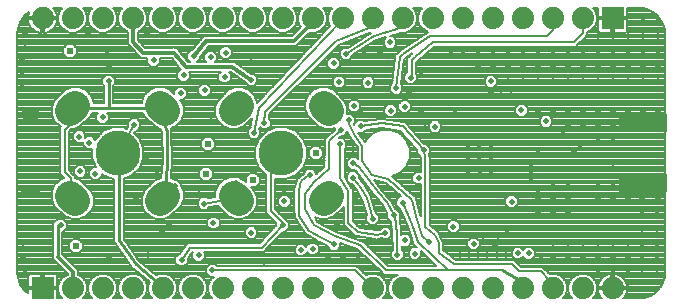
<source format=gbl>
G75*
%MOIN*%
%OFA0B0*%
%FSLAX24Y24*%
%IPPOS*%
%LPD*%
%AMOC8*
5,1,8,0,0,1.08239X$1,22.5*
%
%ADD10C,0.1500*%
%ADD11C,0.1000*%
%ADD12R,0.0740X0.0740*%
%ADD13C,0.0740*%
%ADD14C,0.0354*%
%ADD15R,0.1600X0.0600*%
%ADD16C,0.0200*%
%ADD17C,0.0080*%
%ADD18C,0.0180*%
%ADD19C,0.0100*%
%ADD20C,0.0120*%
%ADD21C,0.0240*%
D10*
X012445Y008015D03*
X017895Y008015D03*
D11*
X019483Y006603D02*
X019307Y006427D01*
X016483Y006427D02*
X016307Y006603D01*
X014033Y006603D02*
X013857Y006427D01*
X011033Y006427D02*
X010857Y006603D01*
X010857Y009427D02*
X011033Y009603D01*
X013857Y009603D02*
X014033Y009427D01*
X016307Y009427D02*
X016483Y009603D01*
X019307Y009603D02*
X019483Y009427D01*
D12*
X028945Y012515D03*
X009945Y003515D03*
D13*
X010945Y003515D03*
X011945Y003515D03*
X012945Y003515D03*
X013945Y003515D03*
X014945Y003515D03*
X015945Y003515D03*
X016945Y003515D03*
X017945Y003515D03*
X018945Y003515D03*
X019945Y003515D03*
X020945Y003515D03*
X021945Y003515D03*
X022945Y003515D03*
X023945Y003515D03*
X024945Y003515D03*
X025945Y003515D03*
X026945Y003515D03*
X027945Y003515D03*
X028945Y003515D03*
X027945Y012515D03*
X026945Y012515D03*
X025945Y012515D03*
X024945Y012515D03*
X023945Y012515D03*
X022945Y012515D03*
X021945Y012515D03*
X020945Y012515D03*
X019945Y012515D03*
X018945Y012515D03*
X017945Y012515D03*
X016945Y012515D03*
X015945Y012515D03*
X014945Y012515D03*
X013945Y012515D03*
X012945Y012515D03*
X011945Y012515D03*
X010945Y012515D03*
X009945Y012515D03*
D14*
X009654Y009314D02*
X009378Y009314D01*
X009382Y006716D02*
X009658Y006716D01*
D15*
X029945Y007015D03*
X029945Y009015D03*
D16*
X029945Y009415D03*
X030445Y009415D03*
X030445Y009915D03*
X029945Y009915D03*
X029445Y009915D03*
X028945Y009915D03*
X028445Y009915D03*
X027945Y009915D03*
X027445Y009915D03*
X026945Y009915D03*
X026445Y009915D03*
X025945Y009915D03*
X025555Y010115D03*
X025445Y010415D03*
X025215Y010115D03*
X024905Y010065D03*
X024885Y010415D03*
X024395Y010385D03*
X024445Y010915D03*
X024945Y010915D03*
X025445Y010915D03*
X025945Y010915D03*
X026445Y010915D03*
X026945Y010915D03*
X027445Y010915D03*
X027945Y010915D03*
X028445Y010915D03*
X028945Y010915D03*
X029445Y010915D03*
X029945Y010915D03*
X030445Y010915D03*
X030445Y010415D03*
X029945Y010415D03*
X029445Y010415D03*
X028945Y010415D03*
X028445Y010415D03*
X027945Y010415D03*
X027445Y010415D03*
X026945Y010415D03*
X026445Y010415D03*
X025945Y010415D03*
X025905Y009445D03*
X026445Y009415D03*
X026945Y009415D03*
X027445Y009415D03*
X027945Y009415D03*
X028445Y009415D03*
X028945Y009415D03*
X029445Y009415D03*
X028945Y008915D03*
X028445Y008915D03*
X027945Y008915D03*
X027445Y008915D03*
X027275Y008755D03*
X026725Y009075D03*
X027275Y008345D03*
X027665Y008075D03*
X027865Y008275D03*
X028445Y008415D03*
X028945Y008415D03*
X028945Y007515D03*
X028945Y007015D03*
X028445Y007015D03*
X028445Y006515D03*
X028945Y006515D03*
X029445Y006515D03*
X029925Y006505D03*
X030445Y006515D03*
X030425Y006005D03*
X029925Y006005D03*
X029925Y005505D03*
X029445Y005515D03*
X028945Y005515D03*
X028445Y005515D03*
X027945Y005515D03*
X027445Y005515D03*
X026945Y005515D03*
X026445Y005515D03*
X026445Y006015D03*
X026945Y006015D03*
X027445Y006015D03*
X027445Y006515D03*
X026945Y006515D03*
X026445Y006515D03*
X026465Y006805D03*
X026945Y007015D03*
X027445Y007015D03*
X025575Y006405D03*
X025215Y005525D03*
X025415Y005355D03*
X025115Y005255D03*
X025015Y004955D03*
X024615Y005265D03*
X024515Y005515D03*
X024865Y005515D03*
X024315Y004995D03*
X023955Y005055D03*
X023565Y005055D03*
X022837Y005068D03*
X022024Y005115D03*
X021769Y004636D03*
X022351Y004672D03*
X021361Y005356D03*
X020942Y005839D03*
X020615Y005676D03*
X019765Y005626D03*
X019653Y004984D03*
X018945Y004826D03*
X018551Y004787D03*
X019445Y004515D03*
X019945Y004558D03*
X020445Y004597D03*
X017945Y005615D03*
X016895Y005365D03*
X015638Y005692D03*
X015324Y006336D03*
X015145Y006815D03*
X014345Y006915D03*
X013745Y007415D03*
X013395Y007865D03*
X011705Y007336D03*
X011195Y007415D03*
X011495Y008365D03*
X011160Y008565D03*
X011945Y009215D03*
X012995Y008965D03*
X014545Y010015D03*
X015345Y010115D03*
X016015Y010555D03*
X016895Y010462D03*
X018095Y011015D03*
X016895Y011215D03*
X016042Y011372D03*
X015545Y011215D03*
X014975Y011243D03*
X014645Y010615D03*
X013645Y011115D03*
X014345Y011715D03*
X013430Y011986D03*
X012105Y011331D03*
X012145Y010915D03*
X012145Y010415D03*
X011445Y012015D03*
X009345Y012015D03*
X009345Y012476D03*
X009345Y011515D03*
X009245Y011115D03*
X009245Y010615D03*
X009245Y010215D03*
X015551Y009273D03*
X016285Y009385D03*
X017334Y009025D03*
X016990Y008695D03*
X016151Y008373D03*
X016395Y007015D03*
X018006Y006784D03*
X018005Y006415D03*
X019025Y006639D03*
X018859Y007276D03*
X020284Y007204D03*
X020302Y007676D03*
X020304Y008143D03*
X019860Y008315D03*
X019887Y008797D03*
X020145Y009115D03*
X020545Y008915D03*
X020565Y009364D03*
X020324Y009594D03*
X019445Y009517D03*
X019820Y010394D03*
X020793Y010372D03*
X021727Y010179D03*
X022145Y010015D03*
X022016Y009565D03*
X021549Y009435D03*
X022545Y009415D03*
X023025Y008905D03*
X022695Y008855D03*
X024135Y008185D03*
X024505Y008185D03*
X024905Y008185D03*
X024905Y007805D03*
X024905Y007425D03*
X024515Y007425D03*
X024505Y007805D03*
X024135Y007805D03*
X024135Y007425D03*
X022645Y008115D03*
X022327Y007486D03*
X022475Y007185D03*
X022455Y006875D03*
X021945Y006365D03*
X021645Y005947D03*
X020400Y006466D03*
X023635Y005565D03*
X023845Y004615D03*
X024145Y004615D03*
X024445Y004615D03*
X024745Y004615D03*
X025075Y004615D03*
X025375Y004615D03*
X025785Y004685D03*
X026145Y004675D03*
X025945Y004415D03*
X026565Y004605D03*
X026945Y004515D03*
X027445Y004515D03*
X027945Y004515D03*
X028445Y004515D03*
X028945Y004515D03*
X029445Y004515D03*
X029925Y004505D03*
X030425Y004505D03*
X030425Y004005D03*
X029925Y004005D03*
X029445Y004015D03*
X028945Y004015D03*
X028445Y004015D03*
X029445Y003515D03*
X029925Y003505D03*
X030425Y003505D03*
X030425Y005005D03*
X029925Y005005D03*
X029445Y005015D03*
X028945Y005015D03*
X028445Y005015D03*
X027945Y005015D03*
X027445Y005015D03*
X026945Y005015D03*
X030425Y005505D03*
X026465Y008015D03*
X023685Y009445D03*
X022213Y010535D03*
X022565Y010715D03*
X022845Y011015D03*
X023145Y011015D03*
X023545Y011015D03*
X023545Y011415D03*
X023945Y011415D03*
X024445Y011415D03*
X024945Y011415D03*
X025445Y011415D03*
X025945Y011415D03*
X026445Y011415D03*
X026945Y011415D03*
X027445Y011415D03*
X027945Y011415D03*
X028445Y011415D03*
X028945Y011415D03*
X029445Y011415D03*
X029945Y011415D03*
X030445Y011415D03*
X030445Y011915D03*
X029945Y011915D03*
X029445Y011915D03*
X028945Y011915D03*
X028445Y011915D03*
X029945Y012415D03*
X030445Y012415D03*
X021520Y011712D03*
X021185Y011404D03*
X020645Y011315D03*
X020053Y011330D03*
X019645Y011015D03*
X013069Y006533D03*
X014145Y005615D03*
X013922Y005381D03*
X013445Y004615D03*
X014580Y004454D03*
X015145Y004615D03*
X015598Y004117D03*
X017331Y004396D03*
X012145Y004515D03*
X010545Y005615D03*
X009305Y005015D03*
X009295Y004515D03*
X009345Y004015D03*
X009345Y003594D03*
D17*
X009196Y003634D02*
X009115Y003884D01*
X009105Y004015D01*
X009105Y012015D01*
X009115Y012146D01*
X009196Y012396D01*
X009351Y012609D01*
X009497Y012715D01*
X009491Y012703D01*
X009467Y012630D01*
X009455Y012555D01*
X009905Y012555D01*
X009905Y012475D01*
X009985Y012475D01*
X009985Y012555D01*
X010435Y012555D01*
X010423Y012630D01*
X010399Y012703D01*
X010364Y012772D01*
X010319Y012834D01*
X010298Y012855D01*
X010606Y012855D01*
X010538Y012787D01*
X010465Y012610D01*
X010465Y012420D01*
X010538Y012243D01*
X010673Y012108D01*
X010849Y012035D01*
X011040Y012035D01*
X011217Y012108D01*
X011352Y012243D01*
X011425Y012420D01*
X011425Y012610D01*
X011352Y012787D01*
X011284Y012855D01*
X011606Y012855D01*
X011538Y012787D01*
X011465Y012610D01*
X011465Y012420D01*
X011538Y012243D01*
X011673Y012108D01*
X011849Y012035D01*
X012040Y012035D01*
X012217Y012108D01*
X012352Y012243D01*
X012425Y012420D01*
X012425Y012610D01*
X012352Y012787D01*
X012284Y012855D01*
X012606Y012855D01*
X012538Y012787D01*
X012465Y012610D01*
X012465Y012420D01*
X012538Y012243D01*
X012673Y012108D01*
X012775Y012066D01*
X012775Y011645D01*
X012874Y011545D01*
X013222Y011198D01*
X013435Y011198D01*
X013435Y011028D01*
X013558Y010905D01*
X013732Y010905D01*
X013855Y011028D01*
X013855Y011198D01*
X014248Y011198D01*
X014539Y010830D01*
X014539Y010819D01*
X014545Y010812D01*
X014435Y010702D01*
X014435Y010528D01*
X014558Y010405D01*
X014732Y010405D01*
X014855Y010528D01*
X014855Y010702D01*
X014838Y010719D01*
X015882Y010719D01*
X015805Y010642D01*
X015805Y010468D01*
X015928Y010345D01*
X016102Y010345D01*
X016225Y010468D01*
X016225Y010642D01*
X016148Y010719D01*
X016218Y010719D01*
X016685Y010400D01*
X016685Y010375D01*
X016808Y010252D01*
X016982Y010252D01*
X017105Y010375D01*
X017105Y010549D01*
X016982Y010672D01*
X016889Y010672D01*
X016380Y011020D01*
X016341Y011059D01*
X016323Y011059D01*
X016309Y011069D01*
X016255Y011059D01*
X015686Y011059D01*
X015755Y011128D01*
X015755Y011302D01*
X015632Y011425D01*
X015458Y011425D01*
X015335Y011302D01*
X015335Y011128D01*
X015404Y011059D01*
X015087Y011059D01*
X015185Y011156D01*
X015185Y011231D01*
X015476Y011585D01*
X018385Y011585D01*
X018839Y012039D01*
X018849Y012035D01*
X019040Y012035D01*
X019217Y012108D01*
X019352Y012243D01*
X019425Y012420D01*
X019425Y012610D01*
X019352Y012787D01*
X019284Y012855D01*
X019606Y012855D01*
X019538Y012787D01*
X019465Y012610D01*
X019465Y012420D01*
X019531Y012261D01*
X017093Y009693D01*
X017093Y009725D01*
X017000Y009949D01*
X016829Y010121D01*
X016605Y010213D01*
X016362Y010213D01*
X016138Y010121D01*
X015789Y009772D01*
X015696Y009548D01*
X015696Y009305D01*
X015789Y009081D01*
X015961Y008909D01*
X016185Y008817D01*
X016428Y008817D01*
X016652Y008909D01*
X016930Y009188D01*
X016871Y008873D01*
X016780Y008782D01*
X016780Y008608D01*
X016903Y008485D01*
X017077Y008485D01*
X017200Y008608D01*
X017200Y008782D01*
X017166Y008816D01*
X017178Y008883D01*
X017247Y008815D01*
X017421Y008815D01*
X017544Y008938D01*
X017544Y009112D01*
X017491Y009164D01*
X017499Y009310D01*
X019817Y011627D01*
X020815Y012027D01*
X020817Y012026D01*
X020844Y012037D01*
X020849Y012035D01*
X020893Y012035D01*
X020885Y012021D01*
X020108Y011540D01*
X019966Y011540D01*
X019843Y011417D01*
X019843Y011243D01*
X019966Y011120D01*
X020140Y011120D01*
X020263Y011243D01*
X020263Y011283D01*
X021062Y011777D01*
X021392Y011881D01*
X021310Y011799D01*
X021310Y011625D01*
X021433Y011502D01*
X021607Y011502D01*
X021730Y011625D01*
X021730Y011799D01*
X021607Y011922D01*
X021523Y011922D01*
X021784Y012003D01*
X021830Y012008D01*
X021841Y012021D01*
X021858Y012027D01*
X021863Y012035D01*
X022040Y012035D01*
X022217Y012108D01*
X022352Y012243D01*
X022425Y012420D01*
X022425Y012610D01*
X022352Y012787D01*
X022284Y012855D01*
X022606Y012855D01*
X022538Y012787D01*
X022465Y012610D01*
X022465Y012420D01*
X022538Y012243D01*
X022673Y012108D01*
X022781Y012063D01*
X022749Y012032D01*
X021899Y011465D01*
X021883Y011465D01*
X021849Y011432D01*
X021810Y011405D01*
X021807Y011389D01*
X021745Y011327D01*
X021703Y011294D01*
X021702Y011284D01*
X021695Y011277D01*
X021695Y011224D01*
X021595Y010344D01*
X021517Y010266D01*
X021517Y010092D01*
X021640Y009969D01*
X021814Y009969D01*
X021937Y010092D01*
X021937Y010266D01*
X021893Y010310D01*
X021988Y011146D01*
X022040Y011198D01*
X022268Y011350D01*
X022244Y011326D01*
X022201Y011290D01*
X022200Y011283D01*
X022183Y011265D01*
X022095Y011177D01*
X022095Y010714D01*
X022003Y010622D01*
X022003Y010448D01*
X022126Y010325D01*
X022300Y010325D01*
X022423Y010448D01*
X022423Y010622D01*
X022395Y010649D01*
X022395Y011053D01*
X022446Y011104D01*
X022999Y011565D01*
X027707Y011565D01*
X027795Y011653D01*
X028007Y011865D01*
X028095Y011953D01*
X028095Y012058D01*
X028217Y012108D01*
X028352Y012243D01*
X028425Y012420D01*
X028425Y012610D01*
X028352Y012787D01*
X028284Y012855D01*
X028455Y012855D01*
X028455Y012555D01*
X028905Y012555D01*
X028905Y012475D01*
X028985Y012475D01*
X028985Y012555D01*
X029435Y012555D01*
X029435Y012855D01*
X029845Y012855D01*
X029976Y012845D01*
X030226Y012763D01*
X030439Y012609D01*
X030593Y012396D01*
X030674Y012146D01*
X030685Y012015D01*
X030685Y004015D01*
X030674Y003884D01*
X030593Y003634D01*
X030439Y003421D01*
X030226Y003267D01*
X029976Y003185D01*
X029845Y003175D01*
X029298Y003175D01*
X029319Y003196D01*
X029364Y003258D01*
X029399Y003327D01*
X029423Y003400D01*
X029435Y003475D01*
X028985Y003475D01*
X028985Y003555D01*
X029435Y003555D01*
X029423Y003630D01*
X029399Y003703D01*
X029364Y003772D01*
X029319Y003834D01*
X029264Y003889D01*
X029202Y003934D01*
X029133Y003969D01*
X029060Y003993D01*
X028985Y004005D01*
X028985Y003555D01*
X028905Y003555D01*
X028905Y004005D01*
X028830Y003993D01*
X028757Y003969D01*
X028688Y003934D01*
X028626Y003889D01*
X028571Y003834D01*
X028526Y003772D01*
X028491Y003703D01*
X028467Y003630D01*
X028455Y003555D01*
X028905Y003555D01*
X028905Y003475D01*
X028455Y003475D01*
X028467Y003400D01*
X028491Y003327D01*
X028526Y003258D01*
X028571Y003196D01*
X028592Y003175D01*
X028284Y003175D01*
X028352Y003243D01*
X028425Y003420D01*
X028425Y003610D01*
X028352Y003787D01*
X028217Y003922D01*
X028040Y003995D01*
X027849Y003995D01*
X027673Y003922D01*
X027538Y003787D01*
X027465Y003610D01*
X027465Y003420D01*
X027538Y003243D01*
X027606Y003175D01*
X027284Y003175D01*
X027352Y003243D01*
X027425Y003420D01*
X027425Y003610D01*
X027352Y003787D01*
X027217Y003922D01*
X027040Y003995D01*
X026849Y003995D01*
X026842Y003992D01*
X026605Y004228D01*
X025897Y004228D01*
X025660Y004465D01*
X023707Y004465D01*
X023296Y004779D01*
X023296Y004992D01*
X023308Y005026D01*
X023296Y005052D01*
X023296Y005080D01*
X023271Y005106D01*
X023168Y005325D01*
X023165Y005360D01*
X023143Y005379D01*
X023130Y005406D01*
X023097Y005418D01*
X022845Y005634D01*
X022845Y007820D01*
X022854Y007833D01*
X022845Y007880D01*
X022845Y007927D01*
X022833Y007939D01*
X022822Y007995D01*
X022855Y008028D01*
X022855Y008202D01*
X022732Y008325D01*
X022660Y008325D01*
X022061Y009010D01*
X022028Y009055D01*
X022021Y009056D01*
X022017Y009061D01*
X021960Y009064D01*
X021304Y009158D01*
X021285Y009172D01*
X021245Y009167D01*
X021205Y009172D01*
X021186Y009158D01*
X020672Y009085D01*
X020632Y009125D01*
X020458Y009125D01*
X020335Y009002D01*
X020335Y008949D01*
X020315Y008988D01*
X020355Y009028D01*
X020355Y009202D01*
X020232Y009325D01*
X020093Y009325D01*
X020093Y009548D01*
X020000Y009772D01*
X019652Y010121D01*
X019428Y010213D01*
X019185Y010213D01*
X018961Y010121D01*
X018789Y009949D01*
X018696Y009725D01*
X018696Y009482D01*
X018789Y009258D01*
X019138Y008909D01*
X019362Y008817D01*
X019605Y008817D01*
X019677Y008847D01*
X019677Y008802D01*
X019434Y008565D01*
X019390Y008522D01*
X019346Y008479D01*
X019346Y008479D01*
X019345Y008478D01*
X019345Y008417D01*
X019344Y008355D01*
X019344Y008355D01*
X019338Y007546D01*
X019069Y007322D01*
X019069Y007363D01*
X018946Y007486D01*
X018772Y007486D01*
X018649Y007363D01*
X018649Y007340D01*
X018479Y007204D01*
X018437Y007182D01*
X018432Y007166D01*
X018419Y007156D01*
X018414Y007108D01*
X018343Y006882D01*
X018326Y006864D01*
X018326Y006825D01*
X018314Y006787D01*
X018326Y006765D01*
X018326Y006248D01*
X018320Y006241D01*
X018326Y006187D01*
X018326Y006132D01*
X018332Y006126D01*
X018353Y005926D01*
X018345Y005887D01*
X018359Y005866D01*
X018362Y005842D01*
X018392Y005817D01*
X018691Y005372D01*
X018700Y005337D01*
X018724Y005323D01*
X018740Y005299D01*
X018776Y005292D01*
X019135Y005080D01*
X019137Y005074D01*
X019188Y005049D01*
X019237Y005020D01*
X019243Y005021D01*
X019443Y004921D01*
X019443Y004897D01*
X019566Y004774D01*
X019740Y004774D01*
X019863Y004897D01*
X019863Y005025D01*
X020436Y004821D01*
X021296Y004010D01*
X021339Y003967D01*
X021341Y003967D01*
X021343Y003966D01*
X021403Y003967D01*
X021783Y003967D01*
X021673Y003922D01*
X021538Y003787D01*
X021465Y003610D01*
X021465Y003420D01*
X021538Y003243D01*
X021606Y003175D01*
X021284Y003175D01*
X021352Y003243D01*
X021425Y003420D01*
X021425Y003610D01*
X021352Y003787D01*
X021217Y003922D01*
X021040Y003995D01*
X020849Y003995D01*
X020727Y003945D01*
X020492Y004179D01*
X020405Y004267D01*
X015745Y004267D01*
X015685Y004327D01*
X015511Y004327D01*
X015388Y004204D01*
X015388Y004030D01*
X015511Y003907D01*
X015658Y003907D01*
X015538Y003787D01*
X015465Y003610D01*
X015465Y003420D01*
X015538Y003243D01*
X015606Y003175D01*
X015284Y003175D01*
X015352Y003243D01*
X015425Y003420D01*
X015425Y003610D01*
X015352Y003787D01*
X015217Y003922D01*
X015040Y003995D01*
X014849Y003995D01*
X014673Y003922D01*
X014538Y003787D01*
X014465Y003610D01*
X014465Y003420D01*
X014538Y003243D01*
X014606Y003175D01*
X014284Y003175D01*
X014352Y003243D01*
X014425Y003420D01*
X014425Y003610D01*
X014352Y003787D01*
X014217Y003922D01*
X014040Y003995D01*
X013849Y003995D01*
X013733Y003947D01*
X013164Y004424D01*
X012647Y005165D01*
X012647Y007168D01*
X012932Y007286D01*
X013174Y007528D01*
X013305Y007844D01*
X013305Y008186D01*
X013174Y008502D01*
X013001Y008676D01*
X013047Y008755D01*
X013082Y008755D01*
X013205Y008878D01*
X013205Y009052D01*
X013082Y009175D01*
X012908Y009175D01*
X012785Y009052D01*
X012785Y008902D01*
X012740Y008824D01*
X012739Y008824D01*
X012740Y008824D02*
X012616Y008875D01*
X012274Y008875D01*
X011958Y008744D01*
X011716Y008502D01*
X011698Y008459D01*
X011582Y008575D01*
X011408Y008575D01*
X011370Y008537D01*
X011370Y008652D01*
X011247Y008775D01*
X011073Y008775D01*
X010950Y008652D01*
X010950Y008478D01*
X011073Y008355D01*
X011247Y008355D01*
X011285Y008393D01*
X011285Y008278D01*
X011408Y008155D01*
X011582Y008155D01*
X011585Y008158D01*
X011585Y007844D01*
X011708Y007546D01*
X011618Y007546D01*
X011495Y007423D01*
X011495Y007249D01*
X011618Y007126D01*
X011792Y007126D01*
X011915Y007249D01*
X011915Y007328D01*
X011958Y007286D01*
X012274Y007155D01*
X012327Y007155D01*
X012327Y005129D01*
X012318Y005078D01*
X012327Y005065D01*
X012327Y005049D01*
X012364Y005012D01*
X012889Y004259D01*
X012891Y004235D01*
X012926Y004206D01*
X012951Y004169D01*
X012975Y004165D01*
X013509Y003717D01*
X013465Y003610D01*
X013465Y003420D01*
X013538Y003243D01*
X013606Y003175D01*
X013284Y003175D01*
X013352Y003243D01*
X013425Y003420D01*
X013425Y003610D01*
X013352Y003787D01*
X013217Y003922D01*
X013040Y003995D01*
X012849Y003995D01*
X012673Y003922D01*
X012538Y003787D01*
X012465Y003610D01*
X012465Y003420D01*
X012538Y003243D01*
X012606Y003175D01*
X012284Y003175D01*
X012352Y003243D01*
X012425Y003420D01*
X012425Y003610D01*
X012352Y003787D01*
X012217Y003922D01*
X012040Y003995D01*
X011849Y003995D01*
X011673Y003922D01*
X011538Y003787D01*
X011465Y003610D01*
X011465Y003420D01*
X011538Y003243D01*
X011606Y003175D01*
X011284Y003175D01*
X011352Y003243D01*
X011425Y003420D01*
X011425Y003610D01*
X011352Y003787D01*
X011217Y003922D01*
X011115Y003964D01*
X011115Y004135D01*
X011015Y004235D01*
X010605Y004645D01*
X010605Y005405D01*
X010632Y005405D01*
X010755Y005528D01*
X010755Y005702D01*
X010632Y005825D01*
X010458Y005825D01*
X010408Y005775D01*
X010379Y005775D01*
X010285Y005681D01*
X010285Y004645D01*
X010275Y004635D01*
X010275Y004495D01*
X010775Y003995D01*
X010775Y003964D01*
X010673Y003922D01*
X010538Y003787D01*
X010465Y003610D01*
X010465Y003420D01*
X010538Y003243D01*
X010606Y003175D01*
X010435Y003175D01*
X010435Y003475D01*
X009985Y003475D01*
X009985Y003555D01*
X010435Y003555D01*
X010435Y003901D01*
X010427Y003931D01*
X010411Y003959D01*
X010388Y003981D01*
X010361Y003997D01*
X010331Y004005D01*
X009985Y004005D01*
X009985Y003555D01*
X009905Y003555D01*
X009905Y004005D01*
X009559Y004005D01*
X009528Y003997D01*
X009501Y003981D01*
X009479Y003959D01*
X009463Y003931D01*
X009455Y003901D01*
X009455Y003555D01*
X009905Y003555D01*
X009905Y003475D01*
X009455Y003475D01*
X009455Y003345D01*
X009351Y003421D01*
X009196Y003634D01*
X009193Y003643D02*
X009455Y003643D01*
X009455Y003565D02*
X009247Y003565D01*
X009304Y003486D02*
X009905Y003486D01*
X009905Y003565D02*
X009985Y003565D01*
X009985Y003643D02*
X009905Y003643D01*
X009905Y003722D02*
X009985Y003722D01*
X009985Y003800D02*
X009905Y003800D01*
X009905Y003879D02*
X009985Y003879D01*
X009985Y003957D02*
X009905Y003957D01*
X009478Y003957D02*
X009109Y003957D01*
X009105Y004036D02*
X010734Y004036D01*
X010758Y003957D02*
X010412Y003957D01*
X010435Y003879D02*
X010629Y003879D01*
X010551Y003800D02*
X010435Y003800D01*
X010435Y003722D02*
X010511Y003722D01*
X010478Y003643D02*
X010435Y003643D01*
X010435Y003565D02*
X010465Y003565D01*
X010465Y003486D02*
X009985Y003486D01*
X010435Y003408D02*
X010470Y003408D01*
X010502Y003329D02*
X010435Y003329D01*
X010435Y003251D02*
X010535Y003251D01*
X011355Y003251D02*
X011535Y003251D01*
X011502Y003329D02*
X011387Y003329D01*
X011420Y003408D02*
X011470Y003408D01*
X011465Y003486D02*
X011425Y003486D01*
X011425Y003565D02*
X011465Y003565D01*
X011478Y003643D02*
X011411Y003643D01*
X011379Y003722D02*
X011511Y003722D01*
X011551Y003800D02*
X011339Y003800D01*
X011260Y003879D02*
X011629Y003879D01*
X011758Y003957D02*
X011132Y003957D01*
X011115Y004036D02*
X013129Y004036D01*
X013132Y003957D02*
X013223Y003957D01*
X013260Y003879D02*
X013316Y003879D01*
X013339Y003800D02*
X013410Y003800D01*
X013379Y003722D02*
X013503Y003722D01*
X013478Y003643D02*
X013411Y003643D01*
X013425Y003565D02*
X013465Y003565D01*
X013465Y003486D02*
X013425Y003486D01*
X013420Y003408D02*
X013470Y003408D01*
X013502Y003329D02*
X013387Y003329D01*
X013355Y003251D02*
X013535Y003251D01*
X013878Y003582D02*
X013945Y003515D01*
X013878Y003582D02*
X013778Y003700D01*
X013758Y003957D02*
X013721Y003957D01*
X013627Y004036D02*
X015388Y004036D01*
X015388Y004114D02*
X013533Y004114D01*
X013440Y004193D02*
X015388Y004193D01*
X015455Y004271D02*
X014694Y004271D01*
X014667Y004244D02*
X014790Y004367D01*
X014790Y004507D01*
X014925Y004722D01*
X014955Y004722D01*
X014935Y004702D01*
X014935Y004528D01*
X015058Y004405D01*
X015232Y004405D01*
X015355Y004528D01*
X015355Y004702D01*
X015334Y004722D01*
X017182Y004722D01*
X017184Y004721D01*
X017244Y004722D01*
X017304Y004722D01*
X017305Y004724D01*
X017308Y004724D01*
X017349Y004768D01*
X017392Y004810D01*
X017392Y004813D01*
X017953Y005405D01*
X018032Y005405D01*
X018155Y005528D01*
X018155Y005702D01*
X018032Y005825D01*
X018011Y005825D01*
X017695Y006141D01*
X017695Y007167D01*
X017724Y007155D01*
X018066Y007155D01*
X018382Y007286D01*
X018624Y007528D01*
X018755Y007844D01*
X018755Y008186D01*
X018624Y008502D01*
X018382Y008744D01*
X018066Y008875D01*
X017724Y008875D01*
X017408Y008744D01*
X017166Y008502D01*
X017035Y008186D01*
X017035Y007844D01*
X017166Y007528D01*
X017395Y007299D01*
X017395Y006017D01*
X017483Y005929D01*
X017735Y005677D01*
X017735Y005611D01*
X017177Y005022D01*
X014885Y005022D01*
X014869Y005033D01*
X014825Y005022D01*
X014780Y005022D01*
X014766Y005009D01*
X014747Y005005D01*
X014724Y004966D01*
X014692Y004935D01*
X014692Y004916D01*
X014534Y004664D01*
X014493Y004664D01*
X014370Y004541D01*
X014370Y004367D01*
X014493Y004244D01*
X014667Y004244D01*
X014772Y004350D02*
X020936Y004350D01*
X020853Y004428D02*
X015255Y004428D01*
X015333Y004507D02*
X020770Y004507D01*
X020686Y004585D02*
X018646Y004585D01*
X018638Y004577D02*
X018761Y004700D01*
X018761Y004713D01*
X018858Y004616D01*
X019032Y004616D01*
X019155Y004739D01*
X019155Y004913D01*
X019032Y005036D01*
X018858Y005036D01*
X018735Y004913D01*
X018735Y004900D01*
X018638Y004997D01*
X018464Y004997D01*
X018341Y004874D01*
X018341Y004700D01*
X018464Y004577D01*
X018638Y004577D01*
X018725Y004664D02*
X018810Y004664D01*
X019079Y004664D02*
X020603Y004664D01*
X020520Y004742D02*
X019155Y004742D01*
X019155Y004821D02*
X019519Y004821D01*
X019443Y004899D02*
X019155Y004899D01*
X019090Y004978D02*
X019330Y004978D01*
X019173Y005056D02*
X017622Y005056D01*
X017548Y004978D02*
X018445Y004978D01*
X018366Y004899D02*
X017473Y004899D01*
X017399Y004821D02*
X018341Y004821D01*
X018341Y004742D02*
X017325Y004742D01*
X017242Y004872D02*
X014842Y004872D01*
X014580Y004454D01*
X014414Y004585D02*
X013052Y004585D01*
X013106Y004507D02*
X014370Y004507D01*
X014370Y004428D02*
X013161Y004428D01*
X013253Y004350D02*
X014387Y004350D01*
X014466Y004271D02*
X013346Y004271D01*
X013035Y004114D02*
X011115Y004114D01*
X011058Y004193D02*
X012935Y004193D01*
X012880Y004271D02*
X010979Y004271D01*
X010901Y004350D02*
X012826Y004350D01*
X012771Y004428D02*
X010822Y004428D01*
X010744Y004507D02*
X012716Y004507D01*
X012662Y004585D02*
X010665Y004585D01*
X010605Y004664D02*
X012607Y004664D01*
X012552Y004742D02*
X011194Y004742D01*
X011140Y004688D02*
X011275Y004823D01*
X011275Y005013D01*
X011140Y005148D01*
X010950Y005148D01*
X010815Y005013D01*
X010815Y004823D01*
X010950Y004688D01*
X011140Y004688D01*
X011272Y004821D02*
X012498Y004821D01*
X012443Y004899D02*
X011275Y004899D01*
X011275Y004978D02*
X012388Y004978D01*
X012327Y005056D02*
X011232Y005056D01*
X011154Y005135D02*
X012327Y005135D01*
X012327Y005213D02*
X010605Y005213D01*
X010605Y005135D02*
X010936Y005135D01*
X010857Y005056D02*
X010605Y005056D01*
X010605Y004978D02*
X010815Y004978D01*
X010815Y004899D02*
X010605Y004899D01*
X010605Y004821D02*
X010817Y004821D01*
X010896Y004742D02*
X010605Y004742D01*
X010285Y004742D02*
X009105Y004742D01*
X009105Y004664D02*
X010285Y004664D01*
X010275Y004585D02*
X009105Y004585D01*
X009105Y004507D02*
X010275Y004507D01*
X010341Y004428D02*
X009105Y004428D01*
X009105Y004350D02*
X010420Y004350D01*
X010498Y004271D02*
X009105Y004271D01*
X009105Y004193D02*
X010577Y004193D01*
X010655Y004114D02*
X009105Y004114D01*
X009117Y003879D02*
X009455Y003879D01*
X009455Y003800D02*
X009142Y003800D01*
X009168Y003722D02*
X009455Y003722D01*
X009455Y003408D02*
X009369Y003408D01*
X012132Y003957D02*
X012758Y003957D01*
X012629Y003879D02*
X012260Y003879D01*
X012339Y003800D02*
X012551Y003800D01*
X012511Y003722D02*
X012379Y003722D01*
X012411Y003643D02*
X012478Y003643D01*
X012465Y003565D02*
X012425Y003565D01*
X012425Y003486D02*
X012465Y003486D01*
X012470Y003408D02*
X012420Y003408D01*
X012387Y003329D02*
X012502Y003329D01*
X012535Y003251D02*
X012355Y003251D01*
X014132Y003957D02*
X014758Y003957D01*
X014629Y003879D02*
X014260Y003879D01*
X014339Y003800D02*
X014551Y003800D01*
X014511Y003722D02*
X014379Y003722D01*
X014411Y003643D02*
X014478Y003643D01*
X014465Y003565D02*
X014425Y003565D01*
X014425Y003486D02*
X014465Y003486D01*
X014470Y003408D02*
X014420Y003408D01*
X014387Y003329D02*
X014502Y003329D01*
X014535Y003251D02*
X014355Y003251D01*
X015355Y003251D02*
X015535Y003251D01*
X015502Y003329D02*
X015387Y003329D01*
X015420Y003408D02*
X015470Y003408D01*
X015465Y003486D02*
X015425Y003486D01*
X015425Y003565D02*
X015465Y003565D01*
X015478Y003643D02*
X015411Y003643D01*
X015379Y003722D02*
X015511Y003722D01*
X015551Y003800D02*
X015339Y003800D01*
X015260Y003879D02*
X015629Y003879D01*
X015462Y003957D02*
X015132Y003957D01*
X015035Y004428D02*
X014790Y004428D01*
X014790Y004507D02*
X014956Y004507D01*
X014935Y004585D02*
X014839Y004585D01*
X014888Y004664D02*
X014935Y004664D01*
X014632Y004821D02*
X012888Y004821D01*
X012833Y004899D02*
X014681Y004899D01*
X014730Y004978D02*
X012778Y004978D01*
X012723Y005056D02*
X017209Y005056D01*
X017283Y005135D02*
X012669Y005135D01*
X012647Y005213D02*
X016750Y005213D01*
X016808Y005155D02*
X016685Y005278D01*
X016685Y005452D01*
X016808Y005575D01*
X016982Y005575D01*
X017105Y005452D01*
X017105Y005278D01*
X016982Y005155D01*
X016808Y005155D01*
X016685Y005292D02*
X012647Y005292D01*
X012647Y005370D02*
X016685Y005370D01*
X016685Y005449D02*
X012647Y005449D01*
X012647Y005527D02*
X015506Y005527D01*
X015551Y005482D02*
X015725Y005482D01*
X015848Y005605D01*
X015848Y005779D01*
X015725Y005902D01*
X015551Y005902D01*
X015428Y005779D01*
X015428Y005605D01*
X015551Y005482D01*
X015428Y005606D02*
X012647Y005606D01*
X012647Y005684D02*
X015428Y005684D01*
X015428Y005763D02*
X012647Y005763D01*
X012647Y005841D02*
X013676Y005841D01*
X013735Y005817D02*
X013978Y005817D01*
X014202Y005909D01*
X014550Y006258D01*
X014643Y006482D01*
X014643Y006725D01*
X014555Y006938D01*
X014555Y007002D01*
X014432Y007125D01*
X014368Y007125D01*
X014212Y007190D01*
X014257Y007684D01*
X014264Y007692D01*
X014262Y007749D01*
X014268Y007806D01*
X014261Y007814D01*
X014239Y008726D01*
X014251Y008758D01*
X014237Y008790D01*
X014236Y008825D01*
X014217Y008843D01*
X014379Y008909D01*
X014550Y009081D01*
X014643Y009305D01*
X014643Y009548D01*
X014550Y009772D01*
X014517Y009805D01*
X014632Y009805D01*
X014755Y009928D01*
X014755Y010102D01*
X014632Y010225D01*
X014458Y010225D01*
X014335Y010102D01*
X014335Y009988D01*
X014202Y010121D01*
X013978Y010213D01*
X013735Y010213D01*
X013511Y010121D01*
X013339Y009949D01*
X013246Y009725D01*
X013246Y009675D01*
X012305Y009675D01*
X012305Y010278D01*
X012355Y010328D01*
X012355Y010502D01*
X012232Y010625D01*
X012058Y010625D01*
X011935Y010502D01*
X011935Y010328D01*
X011985Y010278D01*
X011985Y009675D01*
X011643Y009675D01*
X011643Y009725D01*
X011550Y009949D01*
X011379Y010121D01*
X011155Y010213D01*
X010912Y010213D01*
X010688Y010121D01*
X010339Y009772D01*
X010246Y009548D01*
X010246Y009305D01*
X010339Y009081D01*
X010511Y008909D01*
X010554Y008892D01*
X010527Y008865D01*
X010527Y007323D01*
X010665Y007185D01*
X010511Y007121D01*
X010339Y006949D01*
X010246Y006725D01*
X010246Y006482D01*
X010339Y006258D01*
X010688Y005909D01*
X010912Y005817D01*
X011155Y005817D01*
X011379Y005909D01*
X011550Y006081D01*
X011643Y006305D01*
X011643Y006548D01*
X011550Y006772D01*
X011202Y007121D01*
X011024Y007194D01*
X011024Y007250D01*
X010936Y007338D01*
X010827Y007447D01*
X010827Y008740D01*
X010903Y008817D01*
X010978Y008817D01*
X011202Y008909D01*
X011550Y009258D01*
X011591Y009355D01*
X011788Y009355D01*
X011735Y009302D01*
X011735Y009128D01*
X011858Y009005D01*
X012032Y009005D01*
X012155Y009128D01*
X012155Y009302D01*
X012102Y009355D01*
X013299Y009355D01*
X013339Y009258D01*
X013688Y008909D01*
X013868Y008835D01*
X013919Y008719D01*
X013942Y007760D01*
X013892Y007205D01*
X013688Y007121D01*
X013339Y006772D01*
X013246Y006548D01*
X013246Y006305D01*
X013339Y006081D01*
X013511Y005909D01*
X013735Y005817D01*
X013501Y005920D02*
X012647Y005920D01*
X012647Y005998D02*
X013422Y005998D01*
X013344Y006077D02*
X012647Y006077D01*
X012647Y006155D02*
X013309Y006155D01*
X013276Y006234D02*
X012647Y006234D01*
X012647Y006312D02*
X013246Y006312D01*
X013246Y006391D02*
X012647Y006391D01*
X012647Y006469D02*
X013246Y006469D01*
X013246Y006548D02*
X012647Y006548D01*
X012647Y006626D02*
X013279Y006626D01*
X013311Y006705D02*
X012647Y006705D01*
X012647Y006783D02*
X013350Y006783D01*
X013429Y006862D02*
X012647Y006862D01*
X012647Y006940D02*
X013507Y006940D01*
X013586Y007019D02*
X012647Y007019D01*
X012647Y007097D02*
X013664Y007097D01*
X013820Y007176D02*
X012665Y007176D01*
X012855Y007254D02*
X013896Y007254D01*
X013903Y007333D02*
X012979Y007333D01*
X013057Y007411D02*
X013910Y007411D01*
X013918Y007490D02*
X013136Y007490D01*
X013191Y007568D02*
X013925Y007568D01*
X013932Y007647D02*
X013223Y007647D01*
X013256Y007725D02*
X013939Y007725D01*
X013941Y007804D02*
X013288Y007804D01*
X013305Y007882D02*
X013939Y007882D01*
X013937Y007961D02*
X013305Y007961D01*
X013305Y008039D02*
X013935Y008039D01*
X013933Y008118D02*
X013305Y008118D01*
X013301Y008196D02*
X013931Y008196D01*
X013930Y008275D02*
X013268Y008275D01*
X013236Y008353D02*
X013928Y008353D01*
X013926Y008432D02*
X013203Y008432D01*
X013166Y008510D02*
X013924Y008510D01*
X013922Y008589D02*
X013088Y008589D01*
X013009Y008667D02*
X013920Y008667D01*
X013907Y008746D02*
X013041Y008746D01*
X013151Y008824D02*
X013873Y008824D01*
X013704Y008903D02*
X013205Y008903D01*
X013205Y008981D02*
X013616Y008981D01*
X013538Y009060D02*
X013197Y009060D01*
X013119Y009138D02*
X013459Y009138D01*
X013381Y009217D02*
X012155Y009217D01*
X012155Y009295D02*
X013324Y009295D01*
X012995Y008965D02*
X012445Y008015D01*
X011585Y008039D02*
X010827Y008039D01*
X010827Y007961D02*
X011585Y007961D01*
X011585Y007882D02*
X010827Y007882D01*
X010827Y007804D02*
X011602Y007804D01*
X011634Y007725D02*
X010827Y007725D01*
X010827Y007647D02*
X011667Y007647D01*
X011699Y007568D02*
X011339Y007568D01*
X011282Y007625D02*
X011108Y007625D01*
X010985Y007502D01*
X010985Y007328D01*
X011108Y007205D01*
X011282Y007205D01*
X011405Y007328D01*
X011405Y007502D01*
X011282Y007625D01*
X011405Y007490D02*
X011562Y007490D01*
X011495Y007411D02*
X011405Y007411D01*
X011405Y007333D02*
X011495Y007333D01*
X011495Y007254D02*
X011331Y007254D01*
X011225Y007097D02*
X012327Y007097D01*
X012327Y007019D02*
X011304Y007019D01*
X011382Y006940D02*
X012327Y006940D01*
X012327Y006862D02*
X011461Y006862D01*
X011539Y006783D02*
X012327Y006783D01*
X012327Y006705D02*
X011578Y006705D01*
X011611Y006626D02*
X012327Y006626D01*
X012327Y006548D02*
X011643Y006548D01*
X011643Y006469D02*
X012327Y006469D01*
X012327Y006391D02*
X011643Y006391D01*
X011643Y006312D02*
X012327Y006312D01*
X012327Y006234D02*
X011613Y006234D01*
X011581Y006155D02*
X012327Y006155D01*
X012327Y006077D02*
X011546Y006077D01*
X011467Y005998D02*
X012327Y005998D01*
X012327Y005920D02*
X011389Y005920D01*
X011213Y005841D02*
X012327Y005841D01*
X012327Y005763D02*
X010694Y005763D01*
X010755Y005684D02*
X012327Y005684D01*
X012327Y005606D02*
X010755Y005606D01*
X010754Y005527D02*
X012327Y005527D01*
X012327Y005449D02*
X010675Y005449D01*
X010605Y005370D02*
X012327Y005370D01*
X012327Y005292D02*
X010605Y005292D01*
X010285Y005292D02*
X009105Y005292D01*
X009105Y005370D02*
X010285Y005370D01*
X010285Y005449D02*
X009105Y005449D01*
X009105Y005527D02*
X010285Y005527D01*
X010285Y005606D02*
X009105Y005606D01*
X009105Y005684D02*
X010288Y005684D01*
X010366Y005763D02*
X009105Y005763D01*
X009105Y005841D02*
X010853Y005841D01*
X010678Y005920D02*
X009105Y005920D01*
X009105Y005998D02*
X010599Y005998D01*
X010521Y006077D02*
X009105Y006077D01*
X009105Y006155D02*
X010442Y006155D01*
X010364Y006234D02*
X009105Y006234D01*
X009105Y006312D02*
X010317Y006312D01*
X010284Y006391D02*
X009105Y006391D01*
X009105Y006469D02*
X010252Y006469D01*
X010246Y006548D02*
X009105Y006548D01*
X009105Y006626D02*
X010246Y006626D01*
X010246Y006705D02*
X009105Y006705D01*
X009105Y006783D02*
X010271Y006783D01*
X010303Y006862D02*
X009105Y006862D01*
X009105Y006940D02*
X010336Y006940D01*
X010409Y007019D02*
X009105Y007019D01*
X009105Y007097D02*
X010487Y007097D01*
X010644Y007176D02*
X009105Y007176D01*
X009105Y007254D02*
X010596Y007254D01*
X010527Y007333D02*
X009105Y007333D01*
X009105Y007411D02*
X010527Y007411D01*
X010527Y007490D02*
X009105Y007490D01*
X009105Y007568D02*
X010527Y007568D01*
X010527Y007647D02*
X009105Y007647D01*
X009105Y007725D02*
X010527Y007725D01*
X010527Y007804D02*
X009105Y007804D01*
X009105Y007882D02*
X010527Y007882D01*
X010527Y007961D02*
X009105Y007961D01*
X009105Y008039D02*
X010527Y008039D01*
X010527Y008118D02*
X009105Y008118D01*
X009105Y008196D02*
X010527Y008196D01*
X010527Y008275D02*
X009105Y008275D01*
X009105Y008353D02*
X010527Y008353D01*
X010527Y008432D02*
X009105Y008432D01*
X009105Y008510D02*
X010527Y008510D01*
X010527Y008589D02*
X009105Y008589D01*
X009105Y008667D02*
X010527Y008667D01*
X010527Y008746D02*
X009105Y008746D01*
X009105Y008824D02*
X010527Y008824D01*
X010528Y008903D02*
X009105Y008903D01*
X009105Y008981D02*
X010439Y008981D01*
X010361Y009060D02*
X009105Y009060D01*
X009105Y009138D02*
X010316Y009138D01*
X010283Y009217D02*
X009105Y009217D01*
X009105Y009295D02*
X010251Y009295D01*
X010246Y009374D02*
X009105Y009374D01*
X009105Y009452D02*
X010246Y009452D01*
X010246Y009531D02*
X009105Y009531D01*
X009105Y009609D02*
X010272Y009609D01*
X010304Y009688D02*
X009105Y009688D01*
X009105Y009766D02*
X010337Y009766D01*
X010412Y009845D02*
X009105Y009845D01*
X009105Y009923D02*
X010490Y009923D01*
X010569Y010002D02*
X009105Y010002D01*
X009105Y010080D02*
X010647Y010080D01*
X010779Y010159D02*
X009105Y010159D01*
X009105Y010237D02*
X011985Y010237D01*
X011985Y010159D02*
X011287Y010159D01*
X011419Y010080D02*
X011985Y010080D01*
X011985Y010002D02*
X011498Y010002D01*
X011561Y009923D02*
X011985Y009923D01*
X011985Y009845D02*
X011594Y009845D01*
X011626Y009766D02*
X011985Y009766D01*
X011985Y009688D02*
X011643Y009688D01*
X012305Y009688D02*
X013246Y009688D01*
X013264Y009766D02*
X012305Y009766D01*
X012305Y009845D02*
X013296Y009845D01*
X013329Y009923D02*
X012305Y009923D01*
X012305Y010002D02*
X013392Y010002D01*
X013470Y010080D02*
X012305Y010080D01*
X012305Y010159D02*
X013603Y010159D01*
X014110Y010159D02*
X014391Y010159D01*
X014335Y010080D02*
X014242Y010080D01*
X014321Y010002D02*
X014335Y010002D01*
X014553Y009766D02*
X015787Y009766D01*
X015754Y009688D02*
X014585Y009688D01*
X014618Y009609D02*
X015722Y009609D01*
X015696Y009531D02*
X014643Y009531D01*
X014643Y009452D02*
X015696Y009452D01*
X015696Y009374D02*
X014643Y009374D01*
X014639Y009295D02*
X015701Y009295D01*
X015733Y009217D02*
X014606Y009217D01*
X014574Y009138D02*
X015766Y009138D01*
X015811Y009060D02*
X014529Y009060D01*
X014450Y008981D02*
X015889Y008981D01*
X015978Y008903D02*
X014362Y008903D01*
X014236Y008824D02*
X016167Y008824D01*
X016446Y008824D02*
X016822Y008824D01*
X016780Y008746D02*
X014246Y008746D01*
X014240Y008667D02*
X016780Y008667D01*
X016800Y008589D02*
X014242Y008589D01*
X014244Y008510D02*
X015315Y008510D01*
X015350Y008545D02*
X015215Y008410D01*
X015215Y008220D01*
X015350Y008085D01*
X015540Y008085D01*
X015675Y008220D01*
X015675Y008410D01*
X015540Y008545D01*
X015350Y008545D01*
X015236Y008432D02*
X014246Y008432D01*
X014248Y008353D02*
X015215Y008353D01*
X015215Y008275D02*
X014250Y008275D01*
X014252Y008196D02*
X015239Y008196D01*
X015317Y008118D02*
X014253Y008118D01*
X014255Y008039D02*
X017035Y008039D01*
X017035Y007961D02*
X014257Y007961D01*
X014259Y007882D02*
X017035Y007882D01*
X017052Y007804D02*
X014267Y007804D01*
X014263Y007725D02*
X017084Y007725D01*
X017117Y007647D02*
X014253Y007647D01*
X014246Y007568D02*
X017149Y007568D01*
X017204Y007490D02*
X015553Y007490D01*
X015614Y007428D02*
X015479Y007563D01*
X015289Y007563D01*
X015154Y007428D01*
X015154Y007238D01*
X015289Y007103D01*
X015479Y007103D01*
X015614Y007238D01*
X015614Y007428D01*
X015614Y007411D02*
X017283Y007411D01*
X017361Y007333D02*
X017053Y007333D01*
X017040Y007345D02*
X017175Y007210D01*
X017175Y007020D01*
X017040Y006885D01*
X016887Y006885D01*
X017000Y006772D01*
X017093Y006548D01*
X017093Y006305D01*
X017000Y006081D01*
X016829Y005909D01*
X016605Y005817D01*
X016362Y005817D01*
X016138Y005909D01*
X015789Y006258D01*
X015788Y006262D01*
X015497Y006213D01*
X015411Y006126D01*
X015237Y006126D01*
X015114Y006249D01*
X015114Y006423D01*
X015237Y006546D01*
X015411Y006546D01*
X015448Y006509D01*
X015696Y006551D01*
X015696Y006725D01*
X015789Y006949D01*
X015961Y007121D01*
X016185Y007213D01*
X016296Y007213D01*
X016308Y007225D01*
X016482Y007225D01*
X016540Y007167D01*
X016652Y007121D01*
X016715Y007058D01*
X016715Y007210D01*
X016850Y007345D01*
X017040Y007345D01*
X017131Y007254D02*
X017395Y007254D01*
X017395Y007176D02*
X017175Y007176D01*
X017175Y007097D02*
X017395Y007097D01*
X017395Y007019D02*
X017174Y007019D01*
X017095Y006940D02*
X017395Y006940D01*
X017395Y006862D02*
X016911Y006862D01*
X016989Y006783D02*
X017395Y006783D01*
X017395Y006705D02*
X017028Y006705D01*
X017061Y006626D02*
X017395Y006626D01*
X017395Y006548D02*
X017093Y006548D01*
X017093Y006469D02*
X017395Y006469D01*
X017395Y006391D02*
X017093Y006391D01*
X017093Y006312D02*
X017395Y006312D01*
X017395Y006234D02*
X017063Y006234D01*
X017031Y006155D02*
X017395Y006155D01*
X017395Y006077D02*
X016996Y006077D01*
X016917Y005998D02*
X017413Y005998D01*
X017492Y005920D02*
X016839Y005920D01*
X016663Y005841D02*
X017570Y005841D01*
X017649Y005763D02*
X015848Y005763D01*
X015848Y005684D02*
X017727Y005684D01*
X017729Y005606D02*
X015848Y005606D01*
X015770Y005527D02*
X016760Y005527D01*
X017030Y005527D02*
X017655Y005527D01*
X017581Y005449D02*
X017105Y005449D01*
X017105Y005370D02*
X017506Y005370D01*
X017432Y005292D02*
X017105Y005292D01*
X017040Y005213D02*
X017358Y005213D01*
X017696Y005135D02*
X019043Y005135D01*
X018910Y005213D02*
X017771Y005213D01*
X017845Y005292D02*
X018777Y005292D01*
X018692Y005370D02*
X017919Y005370D01*
X018075Y005449D02*
X018640Y005449D01*
X018587Y005527D02*
X018154Y005527D01*
X018155Y005606D02*
X018534Y005606D01*
X018481Y005684D02*
X018155Y005684D01*
X018094Y005763D02*
X018429Y005763D01*
X018362Y005841D02*
X017995Y005841D01*
X017916Y005920D02*
X018352Y005920D01*
X018345Y005998D02*
X017838Y005998D01*
X017759Y006077D02*
X018337Y006077D01*
X018326Y006155D02*
X017695Y006155D01*
X017695Y006234D02*
X017890Y006234D01*
X017918Y006205D02*
X018092Y006205D01*
X018215Y006328D01*
X018215Y006502D01*
X018092Y006625D01*
X017918Y006625D01*
X017795Y006502D01*
X017795Y006328D01*
X017918Y006205D01*
X017811Y006312D02*
X017695Y006312D01*
X017695Y006391D02*
X017795Y006391D01*
X017795Y006469D02*
X017695Y006469D01*
X017695Y006548D02*
X017841Y006548D01*
X017695Y006626D02*
X018326Y006626D01*
X018326Y006548D02*
X018170Y006548D01*
X018215Y006469D02*
X018326Y006469D01*
X018326Y006391D02*
X018215Y006391D01*
X018199Y006312D02*
X018326Y006312D01*
X018321Y006234D02*
X018121Y006234D01*
X018476Y006195D02*
X018504Y005919D01*
X018830Y005435D01*
X019260Y005180D01*
X019653Y004984D01*
X019863Y004978D02*
X019996Y004978D01*
X019863Y004899D02*
X020217Y004899D01*
X020437Y004821D02*
X019787Y004821D01*
X018799Y004978D02*
X018657Y004978D01*
X018377Y004664D02*
X015355Y004664D01*
X015355Y004585D02*
X018456Y004585D01*
X017945Y005615D02*
X017242Y004872D01*
X017945Y005615D02*
X017945Y005679D01*
X017545Y006079D01*
X017545Y007965D01*
X017895Y008015D01*
X018686Y008353D02*
X019344Y008353D01*
X019344Y008275D02*
X018718Y008275D01*
X018751Y008196D02*
X018901Y008196D01*
X018950Y008245D02*
X018815Y008110D01*
X018815Y007920D01*
X018950Y007785D01*
X019140Y007785D01*
X019275Y007920D01*
X019275Y008110D01*
X019140Y008245D01*
X018950Y008245D01*
X018822Y008118D02*
X018755Y008118D01*
X018755Y008039D02*
X018815Y008039D01*
X018815Y007961D02*
X018755Y007961D01*
X018755Y007882D02*
X018853Y007882D01*
X018931Y007804D02*
X018738Y007804D01*
X018706Y007725D02*
X019339Y007725D01*
X019339Y007647D02*
X018673Y007647D01*
X018641Y007568D02*
X019338Y007568D01*
X019270Y007490D02*
X018586Y007490D01*
X018507Y007411D02*
X018697Y007411D01*
X018639Y007333D02*
X018429Y007333D01*
X018542Y007254D02*
X018305Y007254D01*
X018435Y007176D02*
X018115Y007176D01*
X018411Y007097D02*
X017695Y007097D01*
X017695Y007019D02*
X018386Y007019D01*
X018362Y006940D02*
X017695Y006940D01*
X017695Y006862D02*
X018326Y006862D01*
X018316Y006783D02*
X017695Y006783D01*
X017695Y006705D02*
X018326Y006705D01*
X018476Y006802D02*
X018476Y006195D01*
X018695Y006165D02*
X018990Y005624D01*
X019673Y005252D01*
X020516Y004952D01*
X021401Y004117D01*
X023429Y004117D01*
X023431Y004115D01*
X023450Y004115D01*
X022445Y005063D01*
X022287Y005558D01*
X022227Y005708D01*
X021945Y006365D01*
X021779Y006234D02*
X021662Y006234D01*
X021735Y006278D02*
X021858Y006155D01*
X021872Y006155D01*
X022088Y005650D01*
X022146Y005507D01*
X022295Y005038D01*
X022297Y004997D01*
X022314Y004981D01*
X022321Y004958D01*
X022357Y004939D01*
X022418Y004882D01*
X022264Y004882D01*
X022141Y004759D01*
X022141Y004585D01*
X022264Y004462D01*
X022438Y004462D01*
X022561Y004585D01*
X022733Y004585D01*
X022650Y004664D02*
X022561Y004664D01*
X022561Y004742D02*
X022567Y004742D01*
X022561Y004747D02*
X023070Y004267D01*
X021460Y004267D01*
X020640Y005041D01*
X020625Y005072D01*
X020596Y005082D01*
X020574Y005103D01*
X020540Y005102D01*
X019734Y005389D01*
X019100Y005735D01*
X019018Y005886D01*
X019185Y005817D01*
X019428Y005817D01*
X019652Y005909D01*
X019976Y006233D01*
X019976Y005751D01*
X019974Y005749D01*
X019976Y005690D01*
X019976Y005630D01*
X019978Y005628D01*
X019978Y005625D01*
X020022Y005584D01*
X020064Y005542D01*
X020067Y005542D01*
X020328Y005298D01*
X020357Y005260D01*
X020372Y005257D01*
X020384Y005246D01*
X020432Y005248D01*
X021039Y005155D01*
X021064Y005139D01*
X021098Y005146D01*
X021132Y005141D01*
X021156Y005158D01*
X021243Y005177D01*
X021274Y005146D01*
X021448Y005146D01*
X021571Y005269D01*
X021571Y005443D01*
X021448Y005566D01*
X021274Y005566D01*
X021179Y005470D01*
X021089Y005451D01*
X020509Y005540D01*
X020276Y005757D01*
X020276Y006730D01*
X020287Y006773D01*
X020276Y006790D01*
X020276Y006811D01*
X020245Y006842D01*
X020089Y007102D01*
X020197Y006994D01*
X020259Y006994D01*
X020427Y006782D01*
X020602Y006466D01*
X020754Y005948D01*
X020732Y005926D01*
X020732Y005752D01*
X020855Y005629D01*
X021029Y005629D01*
X021152Y005752D01*
X021152Y005926D01*
X021040Y006038D01*
X020898Y006524D01*
X020903Y006542D01*
X020881Y006582D01*
X020868Y006625D01*
X020852Y006634D01*
X020707Y006896D01*
X020709Y006909D01*
X020678Y006948D01*
X020653Y006992D01*
X020640Y006996D01*
X020494Y007181D01*
X020494Y007288D01*
X021002Y006629D01*
X021001Y006624D01*
X021039Y006581D01*
X021075Y006535D01*
X021080Y006534D01*
X021292Y006290D01*
X021435Y006022D01*
X021435Y005860D01*
X021558Y005737D01*
X021564Y005737D01*
X021599Y005317D01*
X021615Y004779D01*
X021559Y004723D01*
X021559Y004549D01*
X021682Y004426D01*
X021856Y004426D01*
X021979Y004549D01*
X021979Y004723D01*
X021915Y004788D01*
X021911Y004931D01*
X021937Y004905D01*
X022111Y004905D01*
X022234Y005028D01*
X022234Y005202D01*
X022111Y005325D01*
X021937Y005325D01*
X021903Y005291D01*
X021899Y005334D01*
X021897Y005392D01*
X021894Y005395D01*
X021855Y005864D01*
X021855Y005912D01*
X021861Y005929D01*
X021855Y005944D01*
X021855Y006034D01*
X021732Y006157D01*
X021703Y006157D01*
X021569Y006408D01*
X021570Y006427D01*
X021540Y006461D01*
X021519Y006501D01*
X021501Y006507D01*
X021272Y006771D01*
X020997Y007127D01*
X021393Y007019D01*
X021894Y006575D01*
X021858Y006575D01*
X021735Y006452D01*
X021735Y006278D01*
X021735Y006312D02*
X021620Y006312D01*
X021578Y006391D02*
X021735Y006391D01*
X021752Y006469D02*
X021536Y006469D01*
X021465Y006548D02*
X021830Y006548D01*
X021837Y006626D02*
X021397Y006626D01*
X021329Y006705D02*
X021748Y006705D01*
X021659Y006783D02*
X021262Y006783D01*
X021202Y006862D02*
X021571Y006862D01*
X021482Y006940D02*
X021141Y006940D01*
X021081Y007019D02*
X021393Y007019D01*
X021466Y007154D02*
X020916Y007304D01*
X020595Y007765D01*
X020595Y008265D01*
X020345Y008594D01*
X020145Y008994D01*
X020145Y009115D01*
X020355Y009138D02*
X021045Y009138D01*
X021245Y009015D02*
X020545Y008915D01*
X020392Y009060D02*
X020355Y009060D01*
X020335Y008981D02*
X020319Y008981D01*
X020340Y009217D02*
X026569Y009217D01*
X026515Y009162D02*
X026515Y008988D01*
X026638Y008865D01*
X026812Y008865D01*
X026935Y008988D01*
X026935Y009162D01*
X026812Y009285D01*
X026638Y009285D01*
X026515Y009162D01*
X026515Y009138D02*
X021444Y009138D01*
X021462Y009225D02*
X021339Y009348D01*
X021339Y009522D01*
X021462Y009645D01*
X021636Y009645D01*
X021759Y009522D01*
X021759Y009348D01*
X021636Y009225D01*
X021462Y009225D01*
X021392Y009295D02*
X020262Y009295D01*
X020237Y009384D02*
X020411Y009384D01*
X020534Y009507D01*
X020534Y009681D01*
X020411Y009804D01*
X020237Y009804D01*
X020114Y009681D01*
X020114Y009507D01*
X020237Y009384D01*
X020168Y009452D02*
X020093Y009452D01*
X020093Y009374D02*
X021339Y009374D01*
X021339Y009452D02*
X020479Y009452D01*
X020534Y009531D02*
X021347Y009531D01*
X021426Y009609D02*
X020534Y009609D01*
X020527Y009688D02*
X021842Y009688D01*
X021806Y009652D02*
X021806Y009478D01*
X021929Y009355D01*
X022103Y009355D01*
X022226Y009478D01*
X022226Y009652D01*
X022103Y009775D01*
X021929Y009775D01*
X021806Y009652D01*
X021806Y009609D02*
X021672Y009609D01*
X021750Y009531D02*
X021806Y009531D01*
X021832Y009452D02*
X021759Y009452D01*
X021759Y009374D02*
X021911Y009374D01*
X022122Y009374D02*
X025695Y009374D01*
X025695Y009358D02*
X025695Y009532D01*
X025818Y009655D01*
X025992Y009655D01*
X026115Y009532D01*
X026115Y009358D01*
X025992Y009235D01*
X025818Y009235D01*
X025695Y009358D01*
X025758Y009295D02*
X021706Y009295D01*
X022018Y009060D02*
X022882Y009060D01*
X022938Y009115D02*
X022815Y008992D01*
X022815Y008818D01*
X022938Y008695D01*
X023112Y008695D01*
X023235Y008818D01*
X023235Y008992D01*
X023112Y009115D01*
X022938Y009115D01*
X022815Y008981D02*
X022086Y008981D01*
X022155Y008903D02*
X022815Y008903D01*
X022815Y008824D02*
X022224Y008824D01*
X022292Y008746D02*
X022887Y008746D01*
X023162Y008746D02*
X030685Y008746D01*
X030685Y008824D02*
X023235Y008824D01*
X023235Y008903D02*
X026600Y008903D01*
X026522Y008981D02*
X023235Y008981D01*
X023167Y009060D02*
X026515Y009060D01*
X026849Y008903D02*
X030685Y008903D01*
X030685Y008981D02*
X026928Y008981D01*
X026935Y009060D02*
X030685Y009060D01*
X030685Y009138D02*
X026935Y009138D01*
X026880Y009217D02*
X030685Y009217D01*
X030685Y009295D02*
X026052Y009295D01*
X026115Y009374D02*
X030685Y009374D01*
X030685Y009452D02*
X026115Y009452D01*
X026115Y009531D02*
X030685Y009531D01*
X030685Y009609D02*
X026038Y009609D01*
X025772Y009609D02*
X022226Y009609D01*
X022226Y009531D02*
X025695Y009531D01*
X025695Y009452D02*
X022200Y009452D01*
X022191Y009688D02*
X030685Y009688D01*
X030685Y009766D02*
X022112Y009766D01*
X021920Y009766D02*
X020448Y009766D01*
X020199Y009766D02*
X020003Y009766D01*
X020035Y009688D02*
X020120Y009688D01*
X020114Y009609D02*
X020068Y009609D01*
X020093Y009531D02*
X020114Y009531D01*
X019928Y009845D02*
X030685Y009845D01*
X030685Y009923D02*
X019849Y009923D01*
X019771Y010002D02*
X021607Y010002D01*
X021528Y010080D02*
X019692Y010080D01*
X019733Y010184D02*
X019907Y010184D01*
X020030Y010307D01*
X020030Y010481D01*
X019907Y010604D01*
X019733Y010604D01*
X019610Y010481D01*
X019610Y010307D01*
X019733Y010184D01*
X019680Y010237D02*
X018426Y010237D01*
X018348Y010159D02*
X019053Y010159D01*
X018920Y010080D02*
X018269Y010080D01*
X018191Y010002D02*
X018842Y010002D01*
X018779Y009923D02*
X018112Y009923D01*
X018034Y009845D02*
X018746Y009845D01*
X018714Y009766D02*
X017955Y009766D01*
X017877Y009688D02*
X018696Y009688D01*
X018696Y009609D02*
X017798Y009609D01*
X017720Y009531D02*
X018696Y009531D01*
X018709Y009452D02*
X017641Y009452D01*
X017563Y009374D02*
X018741Y009374D01*
X018774Y009295D02*
X017498Y009295D01*
X017494Y009217D02*
X018831Y009217D01*
X018909Y009138D02*
X017518Y009138D01*
X017544Y009060D02*
X018988Y009060D01*
X019066Y008981D02*
X017544Y008981D01*
X017508Y008903D02*
X019154Y008903D01*
X019344Y008824D02*
X018189Y008824D01*
X018378Y008746D02*
X019619Y008746D01*
X019622Y008824D02*
X019677Y008824D01*
X019539Y008667D02*
X018459Y008667D01*
X018538Y008589D02*
X019458Y008589D01*
X019434Y008565D02*
X019434Y008565D01*
X019377Y008510D02*
X018616Y008510D01*
X018653Y008432D02*
X019345Y008432D01*
X019495Y008415D02*
X019887Y008797D01*
X019887Y008587D02*
X019974Y008587D01*
X020097Y008710D01*
X020097Y008753D01*
X020190Y008568D01*
X020188Y008552D01*
X020217Y008514D01*
X020238Y008471D01*
X020253Y008466D01*
X020445Y008214D01*
X020445Y007830D01*
X020389Y007886D01*
X020215Y007886D01*
X020092Y007763D01*
X020092Y007589D01*
X020215Y007466D01*
X020339Y007466D01*
X020379Y007437D01*
X020483Y007302D01*
X020371Y007414D01*
X020197Y007414D01*
X020074Y007291D01*
X020074Y007128D01*
X020010Y007235D01*
X020010Y008168D01*
X020070Y008228D01*
X020070Y008402D01*
X019947Y008525D01*
X019823Y008525D01*
X019887Y008587D01*
X019976Y008589D02*
X020180Y008589D01*
X020140Y008667D02*
X020054Y008667D01*
X020097Y008746D02*
X020101Y008746D01*
X020219Y008510D02*
X019962Y008510D01*
X020040Y008432D02*
X020280Y008432D01*
X020339Y008353D02*
X020070Y008353D01*
X020070Y008275D02*
X020399Y008275D01*
X020445Y008196D02*
X020038Y008196D01*
X020010Y008118D02*
X020445Y008118D01*
X020445Y008039D02*
X020010Y008039D01*
X020010Y007961D02*
X020445Y007961D01*
X020445Y007882D02*
X020393Y007882D01*
X020212Y007882D02*
X020010Y007882D01*
X020010Y007804D02*
X020133Y007804D01*
X020092Y007725D02*
X020010Y007725D01*
X020010Y007647D02*
X020092Y007647D01*
X020113Y007568D02*
X020010Y007568D01*
X020010Y007490D02*
X020191Y007490D01*
X020194Y007411D02*
X020010Y007411D01*
X020010Y007333D02*
X020115Y007333D01*
X020074Y007254D02*
X020010Y007254D01*
X020045Y007176D02*
X020074Y007176D01*
X020092Y007097D02*
X020095Y007097D01*
X020139Y007019D02*
X020173Y007019D01*
X020186Y006940D02*
X020302Y006940D01*
X020364Y006862D02*
X020233Y006862D01*
X020280Y006783D02*
X020426Y006783D01*
X020470Y006705D02*
X020276Y006705D01*
X020276Y006626D02*
X020513Y006626D01*
X020557Y006548D02*
X020276Y006548D01*
X020276Y006469D02*
X020600Y006469D01*
X020624Y006391D02*
X020276Y006391D01*
X020276Y006312D02*
X020647Y006312D01*
X020670Y006234D02*
X020276Y006234D01*
X020276Y006155D02*
X020693Y006155D01*
X020716Y006077D02*
X020276Y006077D01*
X020276Y005998D02*
X020739Y005998D01*
X020732Y005920D02*
X020276Y005920D01*
X020276Y005841D02*
X020732Y005841D01*
X020732Y005763D02*
X020276Y005763D01*
X020355Y005684D02*
X020800Y005684D01*
X020942Y005839D02*
X020742Y006524D01*
X020552Y006865D01*
X020284Y007204D01*
X020453Y007333D02*
X020460Y007333D01*
X020494Y007254D02*
X020520Y007254D01*
X020498Y007176D02*
X020581Y007176D01*
X020560Y007097D02*
X020641Y007097D01*
X020622Y007019D02*
X020702Y007019D01*
X020684Y006940D02*
X020762Y006940D01*
X020726Y006862D02*
X020823Y006862D01*
X020769Y006783D02*
X020883Y006783D01*
X020944Y006705D02*
X020813Y006705D01*
X020867Y006626D02*
X021002Y006626D01*
X021065Y006548D02*
X020900Y006548D01*
X020914Y006469D02*
X021136Y006469D01*
X021204Y006391D02*
X020937Y006391D01*
X020960Y006312D02*
X021273Y006312D01*
X021322Y006234D02*
X020983Y006234D01*
X021006Y006155D02*
X021364Y006155D01*
X021406Y006077D02*
X021029Y006077D01*
X021080Y005998D02*
X021435Y005998D01*
X021435Y005920D02*
X021152Y005920D01*
X021152Y005841D02*
X021454Y005841D01*
X021532Y005763D02*
X021152Y005763D01*
X021083Y005684D02*
X021569Y005684D01*
X021575Y005606D02*
X020439Y005606D01*
X020592Y005527D02*
X021236Y005527D01*
X021361Y005356D02*
X021093Y005298D01*
X020441Y005398D01*
X020126Y005692D01*
X020126Y006749D01*
X019860Y007194D01*
X019860Y008315D01*
X019495Y008415D02*
X019487Y007475D01*
X018995Y007065D01*
X018695Y006665D01*
X018695Y006165D01*
X019025Y006639D02*
X019123Y006642D01*
X019395Y006515D01*
X019819Y006077D02*
X019976Y006077D01*
X019976Y006155D02*
X019897Y006155D01*
X019976Y005998D02*
X019740Y005998D01*
X019662Y005920D02*
X019976Y005920D01*
X019976Y005841D02*
X019487Y005841D01*
X019337Y005606D02*
X019999Y005606D01*
X019976Y005684D02*
X019193Y005684D01*
X019085Y005763D02*
X019976Y005763D01*
X020083Y005527D02*
X019481Y005527D01*
X019625Y005449D02*
X020167Y005449D01*
X020251Y005370D02*
X019788Y005370D01*
X020008Y005292D02*
X020333Y005292D01*
X020229Y005213D02*
X020661Y005213D01*
X020633Y005056D02*
X021607Y005056D01*
X021609Y004978D02*
X020708Y004978D01*
X020791Y004899D02*
X021612Y004899D01*
X021614Y004821D02*
X020874Y004821D01*
X020957Y004742D02*
X021578Y004742D01*
X021559Y004664D02*
X021040Y004664D01*
X021124Y004585D02*
X021559Y004585D01*
X021602Y004507D02*
X021207Y004507D01*
X021290Y004428D02*
X021680Y004428D01*
X021858Y004428D02*
X022900Y004428D01*
X022983Y004350D02*
X021373Y004350D01*
X021456Y004271D02*
X023066Y004271D01*
X022816Y004507D02*
X022482Y004507D01*
X022561Y004585D02*
X022561Y004747D01*
X022400Y004899D02*
X021912Y004899D01*
X021914Y004821D02*
X022202Y004821D01*
X022141Y004742D02*
X021960Y004742D01*
X021979Y004664D02*
X022141Y004664D01*
X022142Y004585D02*
X021979Y004585D01*
X021936Y004507D02*
X022220Y004507D01*
X021769Y004636D02*
X021749Y005326D01*
X021699Y005926D01*
X021645Y005947D01*
X021416Y006376D01*
X021155Y006676D01*
X020484Y007547D01*
X020302Y007676D01*
X020375Y007411D02*
X020400Y007411D01*
X021020Y007097D02*
X021106Y007097D01*
X021466Y007154D02*
X022245Y006465D01*
X022395Y005915D01*
X022595Y005265D01*
X022837Y005068D01*
X023020Y005286D02*
X023146Y005018D01*
X023146Y004704D01*
X023657Y004315D01*
X025598Y004315D01*
X025835Y004078D01*
X026543Y004078D01*
X026819Y003802D01*
X026819Y003641D01*
X026945Y003515D01*
X027387Y003329D02*
X027502Y003329D01*
X027470Y003408D02*
X027420Y003408D01*
X027425Y003486D02*
X027465Y003486D01*
X027465Y003565D02*
X027425Y003565D01*
X027411Y003643D02*
X027478Y003643D01*
X027511Y003722D02*
X027379Y003722D01*
X027339Y003800D02*
X027551Y003800D01*
X027629Y003879D02*
X027260Y003879D01*
X027132Y003957D02*
X027758Y003957D01*
X028132Y003957D02*
X028733Y003957D01*
X028615Y003879D02*
X028260Y003879D01*
X028339Y003800D02*
X028546Y003800D01*
X028500Y003722D02*
X028379Y003722D01*
X028411Y003643D02*
X028471Y003643D01*
X028457Y003565D02*
X028425Y003565D01*
X028425Y003486D02*
X028905Y003486D01*
X028905Y003565D02*
X028985Y003565D01*
X028985Y003643D02*
X028905Y003643D01*
X028905Y003722D02*
X028985Y003722D01*
X028985Y003800D02*
X028905Y003800D01*
X028905Y003879D02*
X028985Y003879D01*
X028985Y003957D02*
X028905Y003957D01*
X029157Y003957D02*
X030680Y003957D01*
X030685Y004036D02*
X026798Y004036D01*
X026719Y004114D02*
X030685Y004114D01*
X030685Y004193D02*
X026641Y004193D01*
X026273Y004507D02*
X030685Y004507D01*
X030685Y004585D02*
X026352Y004585D01*
X026355Y004588D02*
X026355Y004762D01*
X026232Y004885D01*
X026058Y004885D01*
X025970Y004797D01*
X025872Y004895D01*
X025698Y004895D01*
X025575Y004772D01*
X025575Y004598D01*
X025698Y004475D01*
X025872Y004475D01*
X025960Y004563D01*
X026058Y004465D01*
X026232Y004465D01*
X026355Y004588D01*
X026355Y004664D02*
X030685Y004664D01*
X030685Y004742D02*
X026355Y004742D01*
X026296Y004821D02*
X030685Y004821D01*
X030685Y004899D02*
X024516Y004899D01*
X024525Y004908D02*
X024402Y004785D01*
X024228Y004785D01*
X024105Y004908D01*
X024105Y005082D01*
X024228Y005205D01*
X024402Y005205D01*
X024525Y005082D01*
X024525Y004908D01*
X024525Y004978D02*
X030685Y004978D01*
X030685Y005056D02*
X024525Y005056D01*
X024472Y005135D02*
X030685Y005135D01*
X030685Y005213D02*
X023220Y005213D01*
X023184Y005292D02*
X030685Y005292D01*
X030685Y005370D02*
X023737Y005370D01*
X023722Y005355D02*
X023845Y005478D01*
X023845Y005652D01*
X023722Y005775D01*
X023548Y005775D01*
X023425Y005652D01*
X023425Y005478D01*
X023548Y005355D01*
X023722Y005355D01*
X023815Y005449D02*
X030685Y005449D01*
X030685Y005527D02*
X023845Y005527D01*
X023845Y005606D02*
X030685Y005606D01*
X030685Y005684D02*
X023813Y005684D01*
X023734Y005763D02*
X030685Y005763D01*
X030685Y005841D02*
X022845Y005841D01*
X022845Y005763D02*
X023535Y005763D01*
X023457Y005684D02*
X022845Y005684D01*
X022878Y005606D02*
X023425Y005606D01*
X023425Y005527D02*
X022970Y005527D01*
X023062Y005449D02*
X023454Y005449D01*
X023533Y005370D02*
X023153Y005370D01*
X023020Y005286D02*
X022695Y005565D01*
X022695Y007865D01*
X022645Y008115D01*
X021945Y008915D01*
X021245Y009015D01*
X021245Y008863D02*
X020715Y008788D01*
X020632Y008705D01*
X020458Y008705D01*
X020456Y008707D01*
X020473Y008673D01*
X020693Y008384D01*
X020725Y008462D01*
X020947Y008685D01*
X021238Y008805D01*
X021552Y008805D01*
X021842Y008685D01*
X022064Y008462D01*
X022185Y008172D01*
X022185Y007858D01*
X022064Y007568D01*
X021842Y007345D01*
X021593Y007242D01*
X022333Y006588D01*
X022373Y006564D01*
X022378Y006548D01*
X022391Y006536D01*
X022394Y006490D01*
X022539Y005957D01*
X022545Y005938D01*
X022545Y006975D01*
X022388Y006975D01*
X022265Y007098D01*
X022265Y007272D01*
X022388Y007395D01*
X022545Y007395D01*
X022545Y007850D01*
X022528Y007935D01*
X022435Y008028D01*
X022435Y008127D01*
X021869Y008774D01*
X021245Y008863D01*
X021094Y008746D02*
X020672Y008746D01*
X020537Y008589D02*
X020851Y008589D01*
X020930Y008667D02*
X020478Y008667D01*
X020597Y008510D02*
X020773Y008510D01*
X020712Y008432D02*
X020657Y008432D01*
X020969Y008824D02*
X021521Y008824D01*
X021695Y008746D02*
X021894Y008746D01*
X021860Y008667D02*
X021962Y008667D01*
X021938Y008589D02*
X022031Y008589D01*
X022017Y008510D02*
X022100Y008510D01*
X022077Y008432D02*
X022169Y008432D01*
X022110Y008353D02*
X022237Y008353D01*
X022306Y008275D02*
X022142Y008275D01*
X022175Y008196D02*
X022375Y008196D01*
X022435Y008118D02*
X022185Y008118D01*
X022185Y008039D02*
X022435Y008039D01*
X022502Y007961D02*
X022185Y007961D01*
X022185Y007882D02*
X022538Y007882D01*
X022545Y007804D02*
X022162Y007804D01*
X022130Y007725D02*
X022545Y007725D01*
X022545Y007647D02*
X022097Y007647D01*
X022065Y007568D02*
X022545Y007568D01*
X022545Y007490D02*
X021986Y007490D01*
X021908Y007411D02*
X022545Y007411D01*
X022325Y007333D02*
X021811Y007333D01*
X021622Y007254D02*
X022265Y007254D01*
X022265Y007176D02*
X021668Y007176D01*
X021757Y007097D02*
X022266Y007097D01*
X022344Y007019D02*
X021846Y007019D01*
X021935Y006940D02*
X022545Y006940D01*
X022545Y006862D02*
X022023Y006862D01*
X022112Y006783D02*
X022545Y006783D01*
X022545Y006705D02*
X022201Y006705D01*
X022289Y006626D02*
X022545Y006626D01*
X022545Y006548D02*
X022378Y006548D01*
X022399Y006469D02*
X022545Y006469D01*
X022545Y006391D02*
X022421Y006391D01*
X022442Y006312D02*
X022545Y006312D01*
X022545Y006234D02*
X022463Y006234D01*
X022485Y006155D02*
X022545Y006155D01*
X022545Y006077D02*
X022506Y006077D01*
X022528Y005998D02*
X022545Y005998D01*
X022845Y005998D02*
X030685Y005998D01*
X030685Y005920D02*
X022845Y005920D01*
X022845Y006077D02*
X030685Y006077D01*
X030685Y006155D02*
X022845Y006155D01*
X022845Y006234D02*
X025449Y006234D01*
X025488Y006195D02*
X025662Y006195D01*
X025785Y006318D01*
X025785Y006492D01*
X025662Y006615D01*
X025488Y006615D01*
X025365Y006492D01*
X025365Y006318D01*
X025488Y006195D01*
X025371Y006312D02*
X022845Y006312D01*
X022845Y006391D02*
X025365Y006391D01*
X025365Y006469D02*
X022845Y006469D01*
X022845Y006548D02*
X025420Y006548D01*
X025729Y006548D02*
X030685Y006548D01*
X030685Y006626D02*
X022845Y006626D01*
X022845Y006705D02*
X030685Y006705D01*
X030685Y006783D02*
X022845Y006783D01*
X022845Y006862D02*
X030685Y006862D01*
X030685Y006940D02*
X022845Y006940D01*
X022845Y007019D02*
X030685Y007019D01*
X030685Y007097D02*
X022845Y007097D01*
X022845Y007176D02*
X030685Y007176D01*
X030685Y007254D02*
X022845Y007254D01*
X022845Y007333D02*
X030685Y007333D01*
X030685Y007411D02*
X022845Y007411D01*
X022845Y007490D02*
X030685Y007490D01*
X030685Y007568D02*
X022845Y007568D01*
X022845Y007647D02*
X030685Y007647D01*
X030685Y007725D02*
X022845Y007725D01*
X022845Y007804D02*
X030685Y007804D01*
X030685Y007882D02*
X022845Y007882D01*
X022829Y007961D02*
X030685Y007961D01*
X030685Y008039D02*
X022855Y008039D01*
X022855Y008118D02*
X030685Y008118D01*
X030685Y008196D02*
X022855Y008196D01*
X022782Y008275D02*
X030685Y008275D01*
X030685Y008353D02*
X022636Y008353D01*
X022567Y008432D02*
X030685Y008432D01*
X030685Y008510D02*
X022498Y008510D01*
X022430Y008589D02*
X030685Y008589D01*
X030685Y008667D02*
X022361Y008667D01*
X021846Y010002D02*
X030685Y010002D01*
X030685Y010080D02*
X021925Y010080D01*
X021937Y010159D02*
X030685Y010159D01*
X030685Y010237D02*
X025004Y010237D01*
X024972Y010205D02*
X025095Y010328D01*
X025095Y010502D01*
X024972Y010625D01*
X024798Y010625D01*
X024675Y010502D01*
X024675Y010328D01*
X024798Y010205D01*
X024972Y010205D01*
X025082Y010316D02*
X030685Y010316D01*
X030685Y010394D02*
X025095Y010394D01*
X025095Y010473D02*
X030685Y010473D01*
X030685Y010551D02*
X025046Y010551D01*
X024724Y010551D02*
X022423Y010551D01*
X022423Y010473D02*
X024675Y010473D01*
X024675Y010394D02*
X022369Y010394D01*
X022213Y010535D02*
X022245Y010567D01*
X022245Y011115D01*
X022345Y011215D01*
X022945Y011715D01*
X027645Y011715D01*
X027945Y012015D01*
X027945Y012515D01*
X028425Y012514D02*
X028905Y012514D01*
X028905Y012475D02*
X028455Y012475D01*
X028455Y012129D01*
X028463Y012099D01*
X028479Y012071D01*
X028501Y012049D01*
X028528Y012033D01*
X028559Y012025D01*
X028905Y012025D01*
X028905Y012475D01*
X028905Y012435D02*
X028985Y012435D01*
X028985Y012475D02*
X028985Y012025D01*
X029331Y012025D01*
X029361Y012033D01*
X029388Y012049D01*
X029411Y012071D01*
X029427Y012099D01*
X029435Y012129D01*
X029435Y012475D01*
X028985Y012475D01*
X028985Y012514D02*
X030508Y012514D01*
X030451Y012592D02*
X029435Y012592D01*
X029435Y012671D02*
X030354Y012671D01*
X030246Y012749D02*
X029435Y012749D01*
X029435Y012828D02*
X030029Y012828D01*
X030565Y012435D02*
X029435Y012435D01*
X029435Y012357D02*
X030606Y012357D01*
X030632Y012278D02*
X029435Y012278D01*
X029435Y012200D02*
X030657Y012200D01*
X030676Y012121D02*
X029433Y012121D01*
X029377Y012043D02*
X030683Y012043D01*
X030685Y011964D02*
X028095Y011964D01*
X028095Y012043D02*
X028512Y012043D01*
X028457Y012121D02*
X028230Y012121D01*
X028308Y012200D02*
X028455Y012200D01*
X028455Y012278D02*
X028366Y012278D01*
X028399Y012357D02*
X028455Y012357D01*
X028455Y012435D02*
X028425Y012435D01*
X028425Y012592D02*
X028455Y012592D01*
X028455Y012671D02*
X028400Y012671D01*
X028367Y012749D02*
X028455Y012749D01*
X028455Y012828D02*
X028311Y012828D01*
X028905Y012357D02*
X028985Y012357D01*
X028985Y012278D02*
X028905Y012278D01*
X028905Y012200D02*
X028985Y012200D01*
X028985Y012121D02*
X028905Y012121D01*
X028905Y012043D02*
X028985Y012043D01*
X028027Y011886D02*
X030685Y011886D01*
X030685Y011807D02*
X027949Y011807D01*
X028007Y011865D02*
X028007Y011865D01*
X027870Y011729D02*
X030685Y011729D01*
X030685Y011650D02*
X027792Y011650D01*
X027713Y011572D02*
X030685Y011572D01*
X030685Y011493D02*
X022913Y011493D01*
X022819Y011415D02*
X030685Y011415D01*
X030685Y011336D02*
X022724Y011336D01*
X022630Y011258D02*
X030685Y011258D01*
X030685Y011179D02*
X022536Y011179D01*
X022442Y011101D02*
X030685Y011101D01*
X030685Y011022D02*
X022395Y011022D01*
X022395Y010944D02*
X030685Y010944D01*
X030685Y010865D02*
X022395Y010865D01*
X022395Y010787D02*
X030685Y010787D01*
X030685Y010708D02*
X022395Y010708D01*
X022415Y010630D02*
X030685Y010630D01*
X026945Y012115D02*
X026945Y012515D01*
X026945Y012115D02*
X026745Y011915D01*
X022845Y011915D01*
X021945Y011315D01*
X021845Y011215D01*
X021727Y010179D01*
X021566Y010316D02*
X021003Y010316D01*
X021003Y010285D02*
X020880Y010162D01*
X020706Y010162D01*
X020583Y010285D01*
X020583Y010459D01*
X020706Y010582D01*
X020880Y010582D01*
X021003Y010459D01*
X021003Y010285D01*
X020954Y010237D02*
X021517Y010237D01*
X021517Y010159D02*
X019560Y010159D01*
X019610Y010316D02*
X018505Y010316D01*
X018583Y010394D02*
X019610Y010394D01*
X019610Y010473D02*
X018662Y010473D01*
X018740Y010551D02*
X019681Y010551D01*
X019732Y010805D02*
X019855Y010928D01*
X019855Y011102D01*
X019732Y011225D01*
X019558Y011225D01*
X019435Y011102D01*
X019435Y010928D01*
X019558Y010805D01*
X019732Y010805D01*
X019792Y010865D02*
X021654Y010865D01*
X021645Y010787D02*
X018976Y010787D01*
X019054Y010865D02*
X019498Y010865D01*
X019435Y010944D02*
X019133Y010944D01*
X019211Y011022D02*
X019435Y011022D01*
X019435Y011101D02*
X019290Y011101D01*
X019368Y011179D02*
X019512Y011179D01*
X019447Y011258D02*
X019843Y011258D01*
X019843Y011336D02*
X019525Y011336D01*
X019604Y011415D02*
X019843Y011415D01*
X019920Y011493D02*
X019682Y011493D01*
X019761Y011572D02*
X020159Y011572D01*
X020286Y011650D02*
X019873Y011650D01*
X019732Y011755D02*
X020815Y012188D01*
X020945Y012515D01*
X020999Y011915D02*
X021754Y012151D01*
X021945Y012381D01*
X021945Y012515D01*
X022425Y012514D02*
X022465Y012514D01*
X022465Y012592D02*
X022425Y012592D01*
X022400Y012671D02*
X022490Y012671D01*
X022522Y012749D02*
X022367Y012749D01*
X022311Y012828D02*
X022579Y012828D01*
X022465Y012435D02*
X022425Y012435D01*
X022399Y012357D02*
X022491Y012357D01*
X022523Y012278D02*
X022366Y012278D01*
X022308Y012200D02*
X022581Y012200D01*
X022660Y012121D02*
X022230Y012121D01*
X022058Y012043D02*
X022760Y012043D01*
X022648Y011964D02*
X021658Y011964D01*
X021644Y011886D02*
X022530Y011886D01*
X022412Y011807D02*
X021722Y011807D01*
X021730Y011729D02*
X022295Y011729D01*
X022177Y011650D02*
X021730Y011650D01*
X021677Y011572D02*
X022059Y011572D01*
X021941Y011493D02*
X020602Y011493D01*
X020475Y011415D02*
X021824Y011415D01*
X021754Y011336D02*
X020348Y011336D01*
X020263Y011258D02*
X021695Y011258D01*
X021690Y011179D02*
X020200Y011179D01*
X020053Y011330D02*
X020999Y011915D01*
X020983Y011729D02*
X021310Y011729D01*
X021319Y011807D02*
X021156Y011807D01*
X021310Y011650D02*
X020856Y011650D01*
X020729Y011572D02*
X021364Y011572D01*
X021681Y011101D02*
X019855Y011101D01*
X019855Y011022D02*
X021672Y011022D01*
X021663Y010944D02*
X019855Y010944D01*
X019907Y011179D02*
X019778Y011179D01*
X018876Y011572D02*
X016140Y011572D01*
X016129Y011582D02*
X015955Y011582D01*
X015832Y011459D01*
X015832Y011285D01*
X015955Y011162D01*
X016129Y011162D01*
X016252Y011285D01*
X016252Y011459D01*
X016129Y011582D01*
X016218Y011493D02*
X018802Y011493D01*
X018727Y011415D02*
X016252Y011415D01*
X016252Y011336D02*
X018653Y011336D01*
X018578Y011258D02*
X016224Y011258D01*
X016145Y011179D02*
X018504Y011179D01*
X018429Y011101D02*
X015727Y011101D01*
X015755Y011179D02*
X015938Y011179D01*
X015860Y011258D02*
X015755Y011258D01*
X015721Y011336D02*
X015832Y011336D01*
X015832Y011415D02*
X015642Y011415D01*
X015447Y011415D02*
X015335Y011415D01*
X015369Y011336D02*
X015271Y011336D01*
X015335Y011258D02*
X015206Y011258D01*
X015185Y011179D02*
X015335Y011179D01*
X015362Y011101D02*
X015129Y011101D01*
X014862Y011059D02*
X014791Y011059D01*
X014500Y011427D01*
X014500Y011438D01*
X014457Y011481D01*
X014419Y011528D01*
X014408Y011530D01*
X014400Y011538D01*
X014340Y011538D01*
X014280Y011545D01*
X014271Y011538D01*
X013362Y011538D01*
X013115Y011785D01*
X013115Y012066D01*
X013217Y012108D01*
X013352Y012243D01*
X013425Y012420D01*
X013425Y012610D01*
X013352Y012787D01*
X013284Y012855D01*
X013606Y012855D01*
X013538Y012787D01*
X013465Y012610D01*
X013465Y012420D01*
X013538Y012243D01*
X013673Y012108D01*
X013849Y012035D01*
X014040Y012035D01*
X014217Y012108D01*
X014352Y012243D01*
X014425Y012420D01*
X014425Y012610D01*
X014352Y012787D01*
X014284Y012855D01*
X014606Y012855D01*
X014538Y012787D01*
X014465Y012610D01*
X014465Y012420D01*
X014538Y012243D01*
X014673Y012108D01*
X014849Y012035D01*
X015040Y012035D01*
X015217Y012108D01*
X015352Y012243D01*
X015425Y012420D01*
X015425Y012610D01*
X015352Y012787D01*
X015284Y012855D01*
X015606Y012855D01*
X015538Y012787D01*
X015465Y012610D01*
X015465Y012420D01*
X015538Y012243D01*
X015673Y012108D01*
X015849Y012035D01*
X016040Y012035D01*
X016217Y012108D01*
X016352Y012243D01*
X016425Y012420D01*
X016425Y012610D01*
X016352Y012787D01*
X016284Y012855D01*
X016606Y012855D01*
X016538Y012787D01*
X016465Y012610D01*
X016465Y012420D01*
X016538Y012243D01*
X016673Y012108D01*
X016849Y012035D01*
X017040Y012035D01*
X017217Y012108D01*
X017352Y012243D01*
X017425Y012420D01*
X017425Y012610D01*
X017352Y012787D01*
X017284Y012855D01*
X017606Y012855D01*
X017538Y012787D01*
X017465Y012610D01*
X017465Y012420D01*
X017538Y012243D01*
X017673Y012108D01*
X017849Y012035D01*
X018040Y012035D01*
X018217Y012108D01*
X018352Y012243D01*
X018425Y012420D01*
X018425Y012610D01*
X018352Y012787D01*
X018284Y012855D01*
X018606Y012855D01*
X018538Y012787D01*
X018465Y012610D01*
X018465Y012420D01*
X018538Y012243D01*
X018550Y012231D01*
X018244Y011925D01*
X015456Y011925D01*
X015449Y011931D01*
X015387Y011925D01*
X015325Y011925D01*
X015318Y011918D01*
X015309Y011917D01*
X015269Y011869D01*
X015225Y011826D01*
X015225Y011816D01*
X014927Y011453D01*
X014888Y011453D01*
X014765Y011330D01*
X014765Y011156D01*
X014862Y011059D01*
X014821Y011101D02*
X014758Y011101D01*
X014765Y011179D02*
X014696Y011179D01*
X014634Y011258D02*
X014765Y011258D01*
X014770Y011336D02*
X014572Y011336D01*
X014510Y011415D02*
X014849Y011415D01*
X014960Y011493D02*
X014448Y011493D01*
X014262Y011179D02*
X013855Y011179D01*
X013855Y011101D02*
X014324Y011101D01*
X014387Y011022D02*
X013849Y011022D01*
X013770Y010944D02*
X014449Y010944D01*
X014511Y010865D02*
X009105Y010865D01*
X009105Y010787D02*
X014519Y010787D01*
X014441Y010708D02*
X009105Y010708D01*
X009105Y010630D02*
X014435Y010630D01*
X014435Y010551D02*
X012306Y010551D01*
X012355Y010473D02*
X014490Y010473D01*
X014799Y010473D02*
X015805Y010473D01*
X015805Y010551D02*
X014855Y010551D01*
X014855Y010630D02*
X015805Y010630D01*
X015871Y010708D02*
X014849Y010708D01*
X015248Y010316D02*
X012342Y010316D01*
X012355Y010394D02*
X015879Y010394D01*
X016151Y010394D02*
X016685Y010394D01*
X016744Y010316D02*
X015441Y010316D01*
X015432Y010325D02*
X015258Y010325D01*
X015135Y010202D01*
X015135Y010028D01*
X015258Y009905D01*
X015432Y009905D01*
X015555Y010028D01*
X015555Y010202D01*
X015432Y010325D01*
X015520Y010237D02*
X017610Y010237D01*
X017684Y010316D02*
X017045Y010316D01*
X017105Y010394D02*
X017759Y010394D01*
X017833Y010473D02*
X017105Y010473D01*
X017103Y010551D02*
X017908Y010551D01*
X017982Y010630D02*
X017024Y010630D01*
X016836Y010708D02*
X018057Y010708D01*
X018131Y010787D02*
X016721Y010787D01*
X016607Y010865D02*
X018206Y010865D01*
X018280Y010944D02*
X016492Y010944D01*
X016378Y011022D02*
X018355Y011022D01*
X018819Y010630D02*
X021627Y010630D01*
X021636Y010708D02*
X018897Y010708D01*
X019960Y010551D02*
X020674Y010551D01*
X020596Y010473D02*
X020030Y010473D01*
X020030Y010394D02*
X020583Y010394D01*
X020583Y010316D02*
X020030Y010316D01*
X019961Y010237D02*
X020631Y010237D01*
X021003Y010394D02*
X021600Y010394D01*
X021609Y010473D02*
X020990Y010473D01*
X020911Y010551D02*
X021618Y010551D01*
X021920Y010551D02*
X022003Y010551D01*
X022003Y010473D02*
X021911Y010473D01*
X021902Y010394D02*
X022056Y010394D01*
X021893Y010316D02*
X024687Y010316D01*
X024766Y010237D02*
X021937Y010237D01*
X021929Y010630D02*
X022010Y010630D01*
X021938Y010708D02*
X022089Y010708D01*
X022095Y010787D02*
X021947Y010787D01*
X021956Y010865D02*
X022095Y010865D01*
X022095Y010944D02*
X021965Y010944D01*
X021974Y011022D02*
X022095Y011022D01*
X022095Y011101D02*
X021983Y011101D01*
X022021Y011179D02*
X022097Y011179D01*
X022129Y011258D02*
X022175Y011258D01*
X022247Y011336D02*
X022254Y011336D01*
X022565Y010765D02*
X022565Y010715D01*
X020540Y011807D02*
X020266Y011807D01*
X020413Y011729D02*
X020070Y011729D01*
X019732Y011755D02*
X017352Y009375D01*
X017334Y009025D01*
X017430Y008824D02*
X017601Y008824D01*
X017411Y008746D02*
X017200Y008746D01*
X017200Y008667D02*
X017331Y008667D01*
X017252Y008589D02*
X017181Y008589D01*
X017174Y008510D02*
X017102Y008510D01*
X017136Y008432D02*
X015654Y008432D01*
X015675Y008353D02*
X017104Y008353D01*
X017071Y008275D02*
X015675Y008275D01*
X015651Y008196D02*
X017039Y008196D01*
X017035Y008118D02*
X015573Y008118D01*
X015575Y008510D02*
X016878Y008510D01*
X016990Y008695D02*
X017148Y009532D01*
X019945Y012480D01*
X019945Y012515D01*
X019465Y012514D02*
X019425Y012514D01*
X019425Y012592D02*
X019465Y012592D01*
X019490Y012671D02*
X019400Y012671D01*
X019367Y012749D02*
X019522Y012749D01*
X019579Y012828D02*
X019311Y012828D01*
X019425Y012435D02*
X019465Y012435D01*
X019491Y012357D02*
X019399Y012357D01*
X019366Y012278D02*
X019523Y012278D01*
X019472Y012200D02*
X019308Y012200D01*
X019230Y012121D02*
X019398Y012121D01*
X019323Y012043D02*
X019058Y012043D01*
X019174Y011886D02*
X018686Y011886D01*
X018764Y011964D02*
X019249Y011964D01*
X019100Y011807D02*
X018607Y011807D01*
X018529Y011729D02*
X019025Y011729D01*
X018951Y011650D02*
X018450Y011650D01*
X018283Y011964D02*
X013115Y011964D01*
X013115Y011886D02*
X015282Y011886D01*
X015218Y011807D02*
X013115Y011807D01*
X013172Y011729D02*
X015153Y011729D01*
X015089Y011650D02*
X013250Y011650D01*
X013329Y011572D02*
X015024Y011572D01*
X015400Y011493D02*
X015865Y011493D01*
X015944Y011572D02*
X015464Y011572D01*
X015831Y012043D02*
X015058Y012043D01*
X015230Y012121D02*
X015660Y012121D01*
X015581Y012200D02*
X015308Y012200D01*
X015366Y012278D02*
X015523Y012278D01*
X015491Y012357D02*
X015399Y012357D01*
X015425Y012435D02*
X015465Y012435D01*
X015465Y012514D02*
X015425Y012514D01*
X015425Y012592D02*
X015465Y012592D01*
X015490Y012671D02*
X015400Y012671D01*
X015367Y012749D02*
X015522Y012749D01*
X015579Y012828D02*
X015311Y012828D01*
X014579Y012828D02*
X014311Y012828D01*
X014367Y012749D02*
X014522Y012749D01*
X014490Y012671D02*
X014400Y012671D01*
X014425Y012592D02*
X014465Y012592D01*
X014465Y012514D02*
X014425Y012514D01*
X014425Y012435D02*
X014465Y012435D01*
X014491Y012357D02*
X014399Y012357D01*
X014366Y012278D02*
X014523Y012278D01*
X014581Y012200D02*
X014308Y012200D01*
X014230Y012121D02*
X014660Y012121D01*
X014831Y012043D02*
X014058Y012043D01*
X013831Y012043D02*
X013115Y012043D01*
X013230Y012121D02*
X013660Y012121D01*
X013581Y012200D02*
X013308Y012200D01*
X013366Y012278D02*
X013523Y012278D01*
X013491Y012357D02*
X013399Y012357D01*
X013425Y012435D02*
X013465Y012435D01*
X013465Y012514D02*
X013425Y012514D01*
X013425Y012592D02*
X013465Y012592D01*
X013490Y012671D02*
X013400Y012671D01*
X013367Y012749D02*
X013522Y012749D01*
X013579Y012828D02*
X013311Y012828D01*
X012579Y012828D02*
X012311Y012828D01*
X012367Y012749D02*
X012522Y012749D01*
X012490Y012671D02*
X012400Y012671D01*
X012425Y012592D02*
X012465Y012592D01*
X012465Y012514D02*
X012425Y012514D01*
X012425Y012435D02*
X012465Y012435D01*
X012491Y012357D02*
X012399Y012357D01*
X012366Y012278D02*
X012523Y012278D01*
X012581Y012200D02*
X012308Y012200D01*
X012230Y012121D02*
X012660Y012121D01*
X012775Y012043D02*
X012058Y012043D01*
X011831Y012043D02*
X011058Y012043D01*
X011230Y012121D02*
X011660Y012121D01*
X011581Y012200D02*
X011308Y012200D01*
X011366Y012278D02*
X011523Y012278D01*
X011491Y012357D02*
X011399Y012357D01*
X011425Y012435D02*
X011465Y012435D01*
X011465Y012514D02*
X011425Y012514D01*
X011425Y012592D02*
X011465Y012592D01*
X011490Y012671D02*
X011400Y012671D01*
X011367Y012749D02*
X011522Y012749D01*
X011579Y012828D02*
X011311Y012828D01*
X010579Y012828D02*
X010323Y012828D01*
X010376Y012749D02*
X010522Y012749D01*
X010490Y012671D02*
X010409Y012671D01*
X010429Y012592D02*
X010465Y012592D01*
X010465Y012514D02*
X009985Y012514D01*
X009985Y012475D02*
X010435Y012475D01*
X010423Y012400D01*
X010399Y012327D01*
X010364Y012258D01*
X010319Y012196D01*
X010264Y012141D01*
X010202Y012096D01*
X010133Y012061D01*
X010060Y012037D01*
X009985Y012025D01*
X009985Y012475D01*
X009985Y012435D02*
X009905Y012435D01*
X009905Y012475D02*
X009905Y012025D01*
X009830Y012037D01*
X009757Y012061D01*
X009688Y012096D01*
X009626Y012141D01*
X009571Y012196D01*
X009526Y012258D01*
X009491Y012327D01*
X009467Y012400D01*
X009455Y012475D01*
X009905Y012475D01*
X009905Y012514D02*
X009281Y012514D01*
X009339Y012592D02*
X009461Y012592D01*
X009480Y012671D02*
X009436Y012671D01*
X009461Y012435D02*
X009224Y012435D01*
X009183Y012357D02*
X009481Y012357D01*
X009516Y012278D02*
X009158Y012278D01*
X009132Y012200D02*
X009568Y012200D01*
X009653Y012121D02*
X009113Y012121D01*
X009107Y012043D02*
X009813Y012043D01*
X009905Y012043D02*
X009985Y012043D01*
X009985Y012121D02*
X009905Y012121D01*
X009905Y012200D02*
X009985Y012200D01*
X009985Y012278D02*
X009905Y012278D01*
X009905Y012357D02*
X009985Y012357D01*
X010236Y012121D02*
X010660Y012121D01*
X010581Y012200D02*
X010321Y012200D01*
X010374Y012278D02*
X010523Y012278D01*
X010491Y012357D02*
X010409Y012357D01*
X010428Y012435D02*
X010465Y012435D01*
X010831Y012043D02*
X010076Y012043D01*
X010615Y011510D02*
X010750Y011645D01*
X010940Y011645D01*
X011075Y011510D01*
X011075Y011320D01*
X010940Y011185D01*
X010750Y011185D01*
X010615Y011320D01*
X010615Y011510D01*
X010615Y011493D02*
X009105Y011493D01*
X009105Y011415D02*
X010615Y011415D01*
X010615Y011336D02*
X009105Y011336D01*
X009105Y011258D02*
X010677Y011258D01*
X010676Y011572D02*
X009105Y011572D01*
X009105Y011650D02*
X012775Y011650D01*
X012775Y011729D02*
X009105Y011729D01*
X009105Y011807D02*
X012775Y011807D01*
X012775Y011886D02*
X009105Y011886D01*
X009105Y011964D02*
X012775Y011964D01*
X012848Y011572D02*
X011014Y011572D01*
X011075Y011493D02*
X012926Y011493D01*
X013005Y011415D02*
X011075Y011415D01*
X011075Y011336D02*
X013083Y011336D01*
X013162Y011258D02*
X011013Y011258D01*
X011984Y010551D02*
X009105Y010551D01*
X009105Y010473D02*
X011935Y010473D01*
X011935Y010394D02*
X009105Y010394D01*
X009105Y010316D02*
X011947Y010316D01*
X012305Y010237D02*
X015170Y010237D01*
X015135Y010159D02*
X014698Y010159D01*
X014755Y010080D02*
X015135Y010080D01*
X015161Y010002D02*
X014755Y010002D01*
X014750Y009923D02*
X015240Y009923D01*
X015450Y009923D02*
X015940Y009923D01*
X015862Y009845D02*
X014671Y009845D01*
X015528Y010002D02*
X016019Y010002D01*
X016097Y010080D02*
X015555Y010080D01*
X015555Y010159D02*
X016229Y010159D01*
X016225Y010473D02*
X016578Y010473D01*
X016464Y010551D02*
X016225Y010551D01*
X016225Y010630D02*
X016349Y010630D01*
X016234Y010708D02*
X016159Y010708D01*
X016737Y010159D02*
X017535Y010159D01*
X017461Y010080D02*
X016869Y010080D01*
X016948Y010002D02*
X017386Y010002D01*
X017312Y009923D02*
X017011Y009923D01*
X017044Y009845D02*
X017237Y009845D01*
X017163Y009766D02*
X017076Y009766D01*
X016921Y009138D02*
X016880Y009138D01*
X016906Y009060D02*
X016802Y009060D01*
X016723Y008981D02*
X016891Y008981D01*
X016876Y008903D02*
X016635Y008903D01*
X017167Y008824D02*
X017238Y008824D01*
X016395Y009515D02*
X016285Y009385D01*
X019189Y008196D02*
X019343Y008196D01*
X019342Y008118D02*
X019268Y008118D01*
X019275Y008039D02*
X019342Y008039D01*
X019341Y007961D02*
X019275Y007961D01*
X019237Y007882D02*
X019341Y007882D01*
X019340Y007804D02*
X019159Y007804D01*
X019176Y007411D02*
X019020Y007411D01*
X019069Y007333D02*
X019082Y007333D01*
X018859Y007276D02*
X018811Y007278D01*
X018562Y007078D01*
X018476Y006802D01*
X016837Y007333D02*
X015614Y007333D01*
X015614Y007254D02*
X016759Y007254D01*
X016715Y007176D02*
X016531Y007176D01*
X016675Y007097D02*
X016715Y007097D01*
X016395Y007015D02*
X016395Y006515D01*
X015324Y006336D01*
X015159Y006469D02*
X014638Y006469D01*
X014643Y006548D02*
X015678Y006548D01*
X015696Y006626D02*
X014643Y006626D01*
X014643Y006705D02*
X015696Y006705D01*
X015721Y006783D02*
X014619Y006783D01*
X014587Y006862D02*
X015753Y006862D01*
X015786Y006940D02*
X014555Y006940D01*
X014538Y007019D02*
X015859Y007019D01*
X015937Y007097D02*
X014460Y007097D01*
X014246Y007176D02*
X015217Y007176D01*
X015154Y007254D02*
X014218Y007254D01*
X014225Y007333D02*
X015154Y007333D01*
X015154Y007411D02*
X014232Y007411D01*
X014239Y007490D02*
X015215Y007490D01*
X015552Y007176D02*
X016094Y007176D01*
X015814Y006234D02*
X015619Y006234D01*
X015439Y006155D02*
X015892Y006155D01*
X015971Y006077D02*
X014369Y006077D01*
X014447Y006155D02*
X015208Y006155D01*
X015129Y006234D02*
X014526Y006234D01*
X014573Y006312D02*
X015114Y006312D01*
X015114Y006391D02*
X014605Y006391D01*
X014290Y005998D02*
X016049Y005998D01*
X016128Y005920D02*
X014212Y005920D01*
X014037Y005841D02*
X015490Y005841D01*
X015786Y005841D02*
X016303Y005841D01*
X014583Y004742D02*
X012942Y004742D01*
X012997Y004664D02*
X014492Y004664D01*
X015598Y004117D02*
X020342Y004117D01*
X020945Y003515D01*
X021387Y003329D02*
X021502Y003329D01*
X021470Y003408D02*
X021420Y003408D01*
X021425Y003486D02*
X021465Y003486D01*
X021465Y003565D02*
X021425Y003565D01*
X021411Y003643D02*
X021478Y003643D01*
X021511Y003722D02*
X021379Y003722D01*
X021339Y003800D02*
X021551Y003800D01*
X021629Y003879D02*
X021260Y003879D01*
X021132Y003957D02*
X021758Y003957D01*
X021269Y004036D02*
X020636Y004036D01*
X020558Y004114D02*
X021186Y004114D01*
X021102Y004193D02*
X020479Y004193D01*
X020715Y003957D02*
X020758Y003957D01*
X021019Y004271D02*
X015742Y004271D01*
X019042Y005841D02*
X019126Y005841D01*
X020450Y005135D02*
X021605Y005135D01*
X021602Y005213D02*
X021515Y005213D01*
X021571Y005292D02*
X021600Y005292D01*
X021595Y005370D02*
X021571Y005370D01*
X021565Y005449D02*
X021588Y005449D01*
X021582Y005527D02*
X021487Y005527D01*
X021883Y005527D02*
X022138Y005527D01*
X022165Y005449D02*
X021889Y005449D01*
X021898Y005370D02*
X022190Y005370D01*
X022215Y005292D02*
X022144Y005292D01*
X022223Y005213D02*
X022240Y005213D01*
X022234Y005135D02*
X022265Y005135D01*
X022290Y005056D02*
X022234Y005056D01*
X022183Y004978D02*
X022315Y004978D01*
X021903Y005292D02*
X021903Y005292D01*
X021876Y005606D02*
X022106Y005606D01*
X022074Y005684D02*
X021870Y005684D01*
X021863Y005763D02*
X022040Y005763D01*
X022006Y005841D02*
X021857Y005841D01*
X021858Y005920D02*
X021973Y005920D01*
X021939Y005998D02*
X021855Y005998D01*
X021812Y006077D02*
X021905Y006077D01*
X021858Y006155D02*
X021734Y006155D01*
X023257Y005135D02*
X024157Y005135D01*
X024105Y005056D02*
X023296Y005056D01*
X023296Y004978D02*
X024105Y004978D01*
X024114Y004899D02*
X023296Y004899D01*
X023296Y004821D02*
X024192Y004821D01*
X024437Y004821D02*
X025623Y004821D01*
X025575Y004742D02*
X023344Y004742D01*
X023447Y004664D02*
X025575Y004664D01*
X025588Y004585D02*
X023550Y004585D01*
X023653Y004507D02*
X025666Y004507D01*
X025697Y004428D02*
X030685Y004428D01*
X030685Y004350D02*
X025775Y004350D01*
X025854Y004271D02*
X030685Y004271D01*
X030673Y003879D02*
X029274Y003879D01*
X029343Y003800D02*
X030647Y003800D01*
X030622Y003722D02*
X029390Y003722D01*
X029418Y003643D02*
X030596Y003643D01*
X030543Y003565D02*
X029433Y003565D01*
X029424Y003408D02*
X030420Y003408D01*
X030486Y003486D02*
X028985Y003486D01*
X029358Y003251D02*
X030177Y003251D01*
X030312Y003329D02*
X029400Y003329D01*
X028531Y003251D02*
X028355Y003251D01*
X028387Y003329D02*
X028490Y003329D01*
X028466Y003408D02*
X028420Y003408D01*
X027535Y003251D02*
X027355Y003251D01*
X025945Y003515D02*
X025945Y003715D01*
X025269Y004115D02*
X023450Y004115D01*
X021535Y003251D02*
X021355Y003251D01*
X025903Y004507D02*
X026016Y004507D01*
X025993Y004821D02*
X025946Y004821D01*
X025700Y006234D02*
X030685Y006234D01*
X030685Y006312D02*
X025779Y006312D01*
X025785Y006391D02*
X030685Y006391D01*
X030685Y006469D02*
X025785Y006469D01*
X020793Y011964D02*
X020658Y011964D01*
X020666Y011886D02*
X020462Y011886D01*
X018519Y012200D02*
X018308Y012200D01*
X018366Y012278D02*
X018523Y012278D01*
X018491Y012357D02*
X018399Y012357D01*
X018425Y012435D02*
X018465Y012435D01*
X018465Y012514D02*
X018425Y012514D01*
X018425Y012592D02*
X018465Y012592D01*
X018490Y012671D02*
X018400Y012671D01*
X018367Y012749D02*
X018522Y012749D01*
X018579Y012828D02*
X018311Y012828D01*
X017579Y012828D02*
X017311Y012828D01*
X017367Y012749D02*
X017522Y012749D01*
X017490Y012671D02*
X017400Y012671D01*
X017425Y012592D02*
X017465Y012592D01*
X017465Y012514D02*
X017425Y012514D01*
X017425Y012435D02*
X017465Y012435D01*
X017491Y012357D02*
X017399Y012357D01*
X017366Y012278D02*
X017523Y012278D01*
X017581Y012200D02*
X017308Y012200D01*
X017230Y012121D02*
X017660Y012121D01*
X017831Y012043D02*
X017058Y012043D01*
X016831Y012043D02*
X016058Y012043D01*
X016230Y012121D02*
X016660Y012121D01*
X016581Y012200D02*
X016308Y012200D01*
X016366Y012278D02*
X016523Y012278D01*
X016491Y012357D02*
X016399Y012357D01*
X016425Y012435D02*
X016465Y012435D01*
X016465Y012514D02*
X016425Y012514D01*
X016425Y012592D02*
X016465Y012592D01*
X016490Y012671D02*
X016400Y012671D01*
X016367Y012749D02*
X016522Y012749D01*
X016579Y012828D02*
X016311Y012828D01*
X018058Y012043D02*
X018362Y012043D01*
X018440Y012121D02*
X018230Y012121D01*
X013519Y010944D02*
X009105Y010944D01*
X009105Y011022D02*
X013441Y011022D01*
X013435Y011101D02*
X009105Y011101D01*
X009105Y011179D02*
X013435Y011179D01*
X010945Y009515D02*
X010945Y009070D01*
X010677Y008802D01*
X010677Y007385D01*
X010874Y007188D01*
X010874Y006586D01*
X010945Y006515D01*
X011069Y007176D02*
X011569Y007176D01*
X011842Y007176D02*
X012224Y007176D01*
X012035Y007254D02*
X011915Y007254D01*
X011059Y007254D02*
X011020Y007254D01*
X010985Y007333D02*
X010942Y007333D01*
X010985Y007411D02*
X010863Y007411D01*
X010827Y007490D02*
X010985Y007490D01*
X011051Y007568D02*
X010827Y007568D01*
X010827Y008118D02*
X011585Y008118D01*
X011367Y008196D02*
X010827Y008196D01*
X010827Y008275D02*
X011288Y008275D01*
X011285Y008353D02*
X010827Y008353D01*
X010827Y008432D02*
X010996Y008432D01*
X010950Y008510D02*
X010827Y008510D01*
X010827Y008589D02*
X010950Y008589D01*
X010965Y008667D02*
X010827Y008667D01*
X010832Y008746D02*
X011043Y008746D01*
X010996Y008824D02*
X012151Y008824D01*
X011961Y008746D02*
X011276Y008746D01*
X011355Y008667D02*
X011881Y008667D01*
X011802Y008589D02*
X011370Y008589D01*
X011647Y008510D02*
X011724Y008510D01*
X011803Y009060D02*
X011352Y009060D01*
X011430Y009138D02*
X011735Y009138D01*
X011735Y009217D02*
X011509Y009217D01*
X011566Y009295D02*
X011735Y009295D01*
X012086Y009060D02*
X012792Y009060D01*
X012785Y008981D02*
X011273Y008981D01*
X011185Y008903D02*
X012785Y008903D01*
X012871Y009138D02*
X012155Y009138D01*
X010285Y005213D02*
X009105Y005213D01*
X009105Y005135D02*
X010285Y005135D01*
X010285Y005056D02*
X009105Y005056D01*
X009105Y004978D02*
X010285Y004978D01*
X010285Y004899D02*
X009105Y004899D01*
X009105Y004821D02*
X010285Y004821D01*
D18*
X026235Y007205D03*
X026235Y007405D03*
X026235Y007605D03*
D19*
X019445Y009517D02*
X019395Y009515D01*
X014078Y008754D02*
X014102Y007754D01*
X014045Y007121D01*
X013966Y006861D01*
X013945Y006515D01*
X012487Y007515D02*
X012445Y008015D01*
X012487Y007515D02*
X012487Y005115D01*
X013045Y004315D01*
X013778Y003700D01*
X010445Y004565D02*
X010445Y005615D01*
X010545Y005615D01*
X014078Y008754D02*
X013745Y009515D01*
X013945Y009515D01*
X013745Y009515D02*
X012145Y009515D01*
X010945Y009515D01*
X012145Y009515D02*
X012145Y010415D01*
X025269Y004115D02*
X025945Y003715D01*
D20*
X016895Y010462D02*
X016271Y010889D01*
X014709Y010889D01*
X014330Y011368D01*
X013292Y011368D01*
X012945Y011715D01*
X012945Y012515D01*
X014975Y011243D02*
X015395Y011755D01*
X018315Y011755D01*
X018945Y012385D01*
X018945Y012515D01*
X010945Y004065D02*
X010445Y004565D01*
X010945Y004065D02*
X010945Y003515D01*
D21*
X011045Y004918D03*
X015384Y007333D03*
X016945Y007115D03*
X019045Y008015D03*
X015445Y008315D03*
X010845Y011415D03*
M02*

</source>
